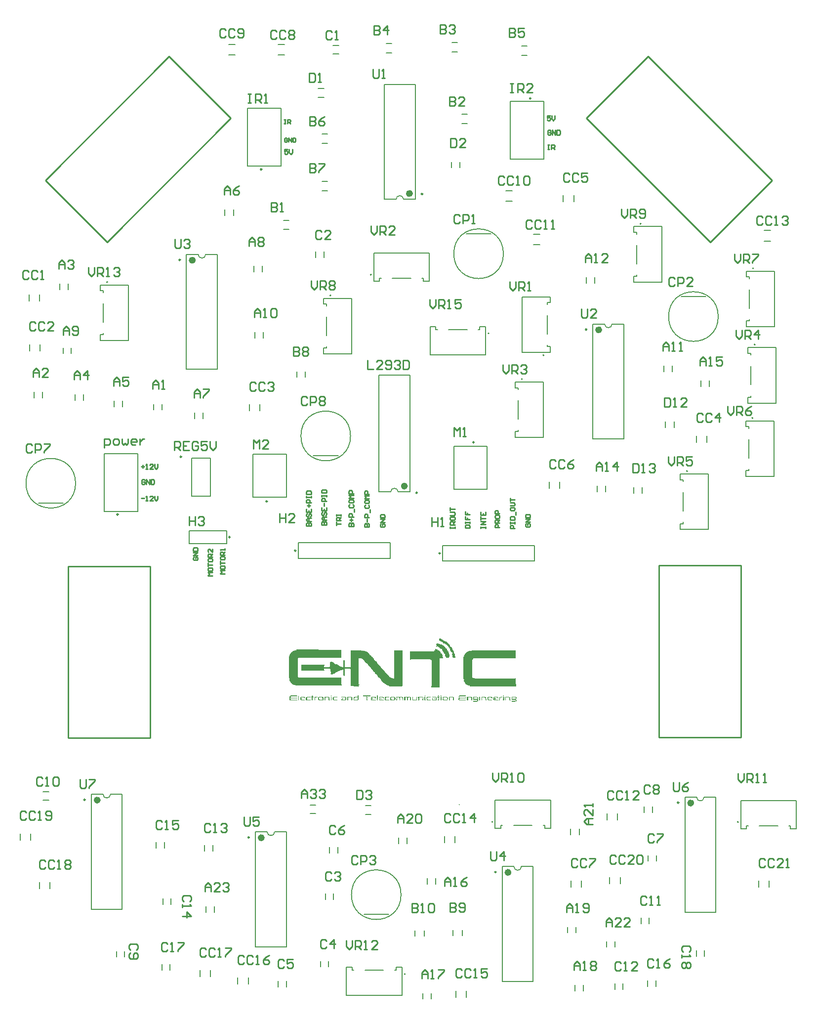
<source format=gto>
G04*
G04 #@! TF.GenerationSoftware,Altium Limited,Altium Designer,24.1.2 (44)*
G04*
G04 Layer_Color=65535*
%FSLAX44Y44*%
%MOMM*%
G71*
G04*
G04 #@! TF.SameCoordinates,85EAEC8C-3496-431A-917F-130F63ABBC40*
G04*
G04*
G04 #@! TF.FilePolarity,Positive*
G04*
G01*
G75*
%ADD10C,0.2000*%
%ADD11C,0.2500*%
%ADD12C,0.1500*%
%ADD13C,0.6000*%
%ADD14C,0.2540*%
%ADD15C,0.1270*%
G36*
X742335Y415365D02*
X742595Y415106D01*
X742906Y414586D01*
X743062Y414431D01*
X743788Y414327D01*
X744515Y414431D01*
X745346Y414327D01*
X745605Y414067D01*
X745917Y413548D01*
X746072Y413393D01*
X747993Y413445D01*
X748356Y413289D01*
X748616Y413029D01*
X748719Y412822D01*
X749187Y412355D01*
X749394Y412251D01*
X749654Y411991D01*
X749965Y411472D01*
X751315Y411368D01*
X751522Y411161D01*
X751626Y410953D01*
X751990Y410486D01*
X752197Y410382D01*
X752664Y409915D01*
X752768Y409707D01*
X753028Y409448D01*
X753235Y409344D01*
X753702Y408877D01*
X753806Y408669D01*
X753962Y408513D01*
X754170Y408410D01*
X754741Y407839D01*
X754844Y407631D01*
X755000Y407475D01*
X755208Y407372D01*
X755675Y406904D01*
X755779Y406697D01*
X755934Y406541D01*
X756142Y406437D01*
X756713Y405866D01*
X756817Y405659D01*
X756973Y405503D01*
X757180Y405399D01*
X757543Y405140D01*
X757647Y404724D01*
X757751Y403686D01*
X757907Y403531D01*
X758426Y403219D01*
X758582Y403063D01*
X758633Y402700D01*
X758582Y401921D01*
X758841Y401558D01*
X759568Y401143D01*
X759672Y399793D01*
X759983Y399482D01*
X760502Y399170D01*
X760658Y398703D01*
X760554Y397042D01*
X761021Y396471D01*
X761540Y396160D01*
X761696Y395589D01*
X761592Y394862D01*
X761644Y393149D01*
X761488Y392786D01*
X761229Y392526D01*
X760710Y392215D01*
X760554Y391748D01*
X760658Y391021D01*
X760294Y390554D01*
X759879Y390450D01*
X755934Y390554D01*
X755675Y390813D01*
X755623Y391281D01*
X755675Y391955D01*
X755312Y392423D01*
X754792Y392734D01*
X754533Y393097D01*
X754066Y393564D01*
X753858Y393668D01*
X753702Y393824D01*
X753599Y394239D01*
X753702Y396731D01*
Y396835D01*
X753443Y397302D01*
X753235Y397406D01*
X752664Y397873D01*
X752561Y398080D01*
X752197Y398444D01*
X751990Y398548D01*
X751626Y398911D01*
X751522Y400157D01*
X751263Y400416D01*
X751055Y400520D01*
X750796Y400676D01*
X750692Y400883D01*
X750329Y401351D01*
X750121Y401454D01*
X749654Y401818D01*
X749550Y403167D01*
X749394Y403323D01*
X748875Y403634D01*
X748616Y403894D01*
X748512Y405243D01*
X748356Y405399D01*
X746903Y405503D01*
X746643Y405762D01*
X746747Y407112D01*
X746384Y407475D01*
X745968Y407372D01*
X745813Y407216D01*
X745709Y407008D01*
X745242Y406437D01*
X744723Y406541D01*
X744567Y407008D01*
X744671Y408046D01*
X744515Y408306D01*
X744100Y408410D01*
X742958Y408513D01*
X742802Y408669D01*
X742698Y408877D01*
X742335Y409344D01*
X742127Y409448D01*
X741764Y409707D01*
X741660Y409915D01*
X741297Y410382D01*
X740882Y410486D01*
X740051Y410382D01*
X739895Y410226D01*
X739636Y409552D01*
X739428Y409344D01*
X738805Y409448D01*
X738650Y409604D01*
X738754Y410330D01*
X739532Y410694D01*
X739688Y410849D01*
X739740Y411524D01*
X739636Y412043D01*
X739324Y412355D01*
X739117Y412458D01*
X738754Y412718D01*
X738650Y413133D01*
X738546Y413445D01*
X738650Y413756D01*
X738909Y414223D01*
X739117Y414327D01*
X739584Y414690D01*
X739895Y415209D01*
X740051Y415365D01*
X740466Y415469D01*
X741401Y415365D01*
X741712Y415469D01*
X742335Y415365D01*
D02*
G37*
G36*
X739688Y405036D02*
X739999Y404517D01*
X741245Y404413D01*
X741556Y404205D01*
X741920Y403531D01*
X742335Y403427D01*
X743373Y403323D01*
X743633Y403063D01*
X743736Y402856D01*
X744204Y402389D01*
X744411Y402285D01*
X744567Y402129D01*
X744671Y401921D01*
X745242Y401351D01*
X745449Y401247D01*
X745605Y401091D01*
X745709Y400883D01*
X746176Y400416D01*
X746384Y400312D01*
X746643Y400053D01*
X746747Y398807D01*
X747110Y398444D01*
X747318Y398340D01*
X747681Y397976D01*
X747785Y397769D01*
X748045Y397509D01*
X748252Y397406D01*
X748616Y397146D01*
X748719Y396627D01*
X748616Y396316D01*
X748719Y395797D01*
X748979Y395537D01*
X749498Y395225D01*
X749654Y395070D01*
X749602Y392319D01*
X749706Y391904D01*
X750017Y391488D01*
X750536Y391177D01*
X750692Y390710D01*
X750588Y389775D01*
X750432Y389620D01*
X749602Y389412D01*
X749290Y389516D01*
X744930Y389412D01*
X744775Y389256D01*
X744671Y388841D01*
Y355829D01*
Y355725D01*
X744567Y339946D01*
X744307Y339686D01*
X743581Y339582D01*
X743269Y339686D01*
X731383Y339634D01*
X730864Y339842D01*
X730656Y340361D01*
X730760Y342645D01*
X730708Y384948D01*
X730760Y385934D01*
X730293Y386505D01*
X729826Y386765D01*
X729514Y387284D01*
X729359Y387440D01*
X728943Y387543D01*
X727542Y387492D01*
X695308Y387543D01*
X694997Y387440D01*
X694166Y387543D01*
X693907Y387803D01*
X693803Y388218D01*
X693855Y389516D01*
X693803Y399430D01*
X693907Y399741D01*
X693803Y400053D01*
X693907Y401195D01*
X694062Y401351D01*
X694478Y401454D01*
X735483Y401558D01*
X735639Y401714D01*
X735743Y402129D01*
X735639Y402856D01*
X736106Y403427D01*
X736625Y403738D01*
X736729Y405088D01*
X737041Y405399D01*
X737767Y405503D01*
X738079Y405399D01*
X739117Y405503D01*
X739688Y405036D01*
D02*
G37*
G36*
X576028Y404361D02*
X576184Y404205D01*
X576288Y403790D01*
X576184Y390813D01*
X575924Y390554D01*
X575509Y390450D01*
X568657D01*
X503100Y390502D01*
X502737Y390346D01*
X502322Y389724D01*
X502114Y389516D01*
X501906Y389412D01*
X501647Y389256D01*
X501439Y388737D01*
X501543Y387388D01*
X501491Y358165D01*
X501751Y357801D01*
X501906Y357646D01*
X502114Y357542D01*
X502581Y357075D01*
X502685Y356867D01*
X502944Y356608D01*
X503516Y356556D01*
X575821Y356608D01*
X576184Y356348D01*
X576288Y355933D01*
X576236Y345188D01*
X576495Y344825D01*
X576651Y344669D01*
X576859Y344565D01*
X577222Y344306D01*
X577326Y343890D01*
X577222Y343060D01*
X577066Y342800D01*
X576340Y342593D01*
X574990Y342697D01*
X500090Y342645D01*
X499726Y342904D01*
X499311Y343631D01*
X498792Y343527D01*
X498532Y343268D01*
X498429Y342956D01*
X498169Y342697D01*
X497650Y342800D01*
X497494Y342956D01*
X497131Y343631D01*
X496716Y343735D01*
X495055Y343631D01*
X494588Y343994D01*
X494276Y344513D01*
X494120Y344669D01*
X492771Y344773D01*
X492356Y345396D01*
X492148Y345603D01*
X491940Y345707D01*
X491577Y346071D01*
X491473Y346278D01*
X491110Y346642D01*
X490902Y346745D01*
X490539Y347109D01*
X490435Y347316D01*
X490176Y347576D01*
X489968Y347680D01*
X489605Y348043D01*
X489501Y348251D01*
X489137Y348614D01*
X488930Y348718D01*
X488670Y348873D01*
X488567Y349289D01*
X488463Y350327D01*
X488203Y350586D01*
X487684Y350898D01*
X487528Y351365D01*
X487580Y352663D01*
X487528Y354168D01*
X487632Y354479D01*
X487528Y355206D01*
X487373Y355466D01*
X486698Y355829D01*
X486490Y356348D01*
X486594Y358009D01*
X486542Y392838D01*
X486698Y393201D01*
X486958Y393461D01*
X487477Y393772D01*
X487632Y394239D01*
X487528Y395900D01*
X487996Y396471D01*
X488515Y396783D01*
X488619Y398132D01*
X488826Y398340D01*
X489034Y398444D01*
X489501Y398807D01*
X489605Y399015D01*
X489760Y399274D01*
X489968Y399378D01*
X490176Y399586D01*
X490383Y399689D01*
X490643Y400053D01*
X491110Y400520D01*
X491318Y400624D01*
X491473Y400779D01*
X491577Y400987D01*
X492148Y401558D01*
X492356Y401662D01*
X492771Y402285D01*
X493290Y402492D01*
X494951Y402389D01*
X495522Y402856D01*
X495833Y403375D01*
X496404Y403531D01*
X497754Y403427D01*
X498273Y403531D01*
X498792Y404361D01*
X499207Y404465D01*
X576028Y404361D01*
D02*
G37*
G36*
X800885Y403427D02*
X874540Y403479D01*
X875059Y403271D01*
X875266Y402752D01*
X875163Y400468D01*
X875214Y390035D01*
X875059Y389672D01*
X874903Y389516D01*
X874176Y389412D01*
X873450Y389516D01*
X802754Y389412D01*
X802598Y389256D01*
X802494Y389049D01*
X802131Y388582D01*
X801923Y388478D01*
X801456Y388011D01*
X801352Y387803D01*
X801093Y387543D01*
X800885Y387440D01*
X800522Y387180D01*
X800418Y386765D01*
X800522Y384792D01*
X800470Y357127D01*
X800729Y356763D01*
X800885Y356608D01*
X801352Y356348D01*
X801456Y356140D01*
X801819Y355673D01*
X802235Y355569D01*
X803896Y355673D01*
X804363Y355310D01*
X804674Y354791D01*
X804830Y354635D01*
X805557Y354531D01*
X805972Y354635D01*
X873605Y354583D01*
X874124Y354998D01*
X874228Y355310D01*
X874488Y355569D01*
X875111Y355466D01*
X875266Y355310D01*
X875214Y352974D01*
X875266Y352611D01*
X875163Y352299D01*
X875214Y347161D01*
X875163Y346174D01*
X875526Y345707D01*
X876045Y345396D01*
X876201Y345240D01*
X876253Y344565D01*
X876149Y341970D01*
X875837Y341659D01*
X797303Y341607D01*
X796888Y341710D01*
X796577Y341918D01*
X796265Y342437D01*
X796006Y342697D01*
X793981Y342645D01*
X793618Y342904D01*
X793255Y343475D01*
X793099Y343631D01*
X791750Y343735D01*
X791230Y344565D01*
X790815Y344669D01*
X789777Y344773D01*
X789621Y344929D01*
X789518Y345136D01*
X789154Y345603D01*
X788635Y345915D01*
X788480Y346382D01*
X788376Y347420D01*
X788220Y347576D01*
X787649Y347835D01*
X787545Y348251D01*
X787441Y349289D01*
X787078Y349652D01*
X786611Y349912D01*
X786507Y350327D01*
X786559Y352974D01*
X786403Y353337D01*
X786144Y353597D01*
X785625Y353908D01*
X785469Y354375D01*
X785573Y356348D01*
Y383235D01*
Y383339D01*
X785521Y392007D01*
X785832Y392423D01*
X786351Y392734D01*
X786507Y392890D01*
X786611Y393616D01*
X786507Y394032D01*
X786611Y395174D01*
X786870Y395433D01*
X787390Y395745D01*
X787545Y395900D01*
X787649Y397250D01*
X788272Y397665D01*
X788480Y397873D01*
X788583Y398080D01*
X788947Y398444D01*
X789154Y398548D01*
X789518Y398911D01*
X789621Y399118D01*
X789985Y399482D01*
X790192Y399586D01*
X790452Y399845D01*
X790556Y400053D01*
X790815Y400416D01*
X791334Y400520D01*
X791646Y400416D01*
X792165Y400520D01*
X792424Y400779D01*
X792736Y401298D01*
X792891Y401454D01*
X794241Y401558D01*
X794397Y401714D01*
X794708Y402233D01*
X794864Y402389D01*
X795279Y402492D01*
X796681Y402440D01*
X797978Y402492D01*
X798290Y402389D01*
X799120Y402492D01*
X799380Y402752D01*
X799484Y402960D01*
X799847Y403427D01*
X800574Y403531D01*
X800885Y403427D01*
D02*
G37*
G36*
X745034Y423359D02*
X746955Y423410D01*
X747474Y423203D01*
X747578Y422995D01*
X748045Y422424D01*
X748252Y422321D01*
X748719Y421853D01*
X748875Y421490D01*
X749290Y421386D01*
X750329Y421282D01*
X750588Y421023D01*
X750900Y420504D01*
X751367Y420348D01*
X752041Y420400D01*
X752405Y420244D01*
X752561Y420089D01*
X752872Y419570D01*
X753028Y419414D01*
X753235Y419310D01*
X753495Y419154D01*
X753599Y418947D01*
X754066Y418376D01*
X755986Y418428D01*
X756350Y418272D01*
X756505Y418116D01*
X756609Y417909D01*
X756973Y417441D01*
X757180Y417337D01*
X757543Y417078D01*
X757647Y416870D01*
X757907Y416507D01*
X758114Y416403D01*
X758322Y416196D01*
X758478Y416144D01*
X758582Y415936D01*
X758789Y415728D01*
X758841Y415573D01*
X759049Y415469D01*
X759256Y415261D01*
X759464Y415157D01*
X759879Y414535D01*
X760087Y414431D01*
X760294Y414223D01*
X760450Y414171D01*
X760554Y413964D01*
X760762Y413756D01*
X760865Y413548D01*
X761488Y413133D01*
X761592Y412925D01*
X761955Y412458D01*
X762475Y412147D01*
X762630Y411991D01*
X762734Y410642D01*
X763357Y410226D01*
X763565Y410019D01*
X763668Y409811D01*
X764032Y409448D01*
X764239Y409344D01*
X764603Y408981D01*
X764706Y408773D01*
X765070Y408410D01*
X765277Y408306D01*
X765537Y408150D01*
X765641Y407735D01*
X765537Y407008D01*
X766004Y406437D01*
X766523Y406126D01*
X766627Y404776D01*
X766835Y404569D01*
X767042Y404465D01*
X767510Y404101D01*
X767613Y403894D01*
X768080Y403427D01*
X768288Y403323D01*
X768548Y403063D01*
X768599Y402596D01*
X768548Y401921D01*
X768807Y401558D01*
X769482Y401195D01*
X769586Y400779D01*
X769534Y398236D01*
X769638Y397821D01*
X769949Y397509D01*
X770468Y397198D01*
X770624Y396731D01*
X770572Y395537D01*
X770624Y394966D01*
X770520Y394655D01*
X770624Y393824D01*
X770883Y393564D01*
X771402Y393253D01*
X771558Y393097D01*
X771662Y392475D01*
X771558Y392163D01*
X771610Y391281D01*
X771506Y390762D01*
X771299Y390554D01*
X770883Y390450D01*
X769274Y390502D01*
X768080Y390450D01*
X767717Y390710D01*
X767406Y391229D01*
X767146Y391488D01*
X766679Y391748D01*
X766575Y392163D01*
X766627Y394810D01*
X766471Y395174D01*
X766212Y395433D01*
X766004Y395537D01*
X765641Y395797D01*
X765537Y396212D01*
X765641Y397146D01*
X765797Y397302D01*
X766004Y397406D01*
X766575Y397873D01*
X766679Y398599D01*
X766575Y399015D01*
X766316Y399378D01*
X765589Y399482D01*
X764759Y399586D01*
X764603Y400053D01*
X764499Y401195D01*
X764343Y401351D01*
X763668Y401714D01*
X763565Y402129D01*
X763461Y403167D01*
X763201Y403427D01*
X762682Y403738D01*
X762526Y404309D01*
X762630Y405659D01*
X762526Y406178D01*
X762267Y406437D01*
X760917Y406333D01*
X760554Y406697D01*
X760658Y407112D01*
X760814Y407268D01*
X761021Y407372D01*
X761592Y407839D01*
X761488Y408358D01*
X761333Y408513D01*
X759931Y408462D01*
X759724Y408565D01*
X759620Y408981D01*
X759516Y410123D01*
X759256Y410382D01*
X758737Y410694D01*
X758426Y411213D01*
X758218Y411316D01*
X758011Y411524D01*
X757803Y411628D01*
X757388Y412251D01*
X757180Y412355D01*
X756713Y412718D01*
X756609Y412925D01*
X756246Y413393D01*
X754896Y413497D01*
X754741Y413652D01*
X754429Y414171D01*
X754170Y414431D01*
X753962Y414535D01*
X753599Y414898D01*
X753495Y415106D01*
X753235Y415365D01*
X752820Y415469D01*
X751159Y415365D01*
X750796Y415625D01*
X750692Y415832D01*
X750329Y416299D01*
X750121Y416403D01*
X749550Y416974D01*
X749446Y417182D01*
X749290Y417337D01*
X749083Y417441D01*
X748823Y417597D01*
X748719Y417805D01*
X748252Y418376D01*
X746903Y418479D01*
X746384Y419310D01*
X745968Y419414D01*
X744930Y419518D01*
X744775Y419673D01*
X744671Y419881D01*
X744307Y420348D01*
X743788Y420659D01*
X743633Y421127D01*
Y422891D01*
X743685Y422943D01*
X743944Y423307D01*
X744359Y423410D01*
X744723Y423462D01*
X745034Y423359D01*
D02*
G37*
G36*
X668317Y403427D02*
X680204Y403479D01*
X680619Y403375D01*
X680826Y403167D01*
X680930Y402752D01*
X680826Y341918D01*
X680671Y341762D01*
X680256Y341659D01*
X658818Y341607D01*
X658299Y341710D01*
X658092Y341918D01*
X657988Y342126D01*
X657624Y342593D01*
X657209Y342697D01*
X655548Y342593D01*
X655081Y342956D01*
X654770Y343475D01*
X654614Y343631D01*
X653264Y343735D01*
X653109Y343890D01*
X652797Y344409D01*
X652642Y344565D01*
X652434Y344669D01*
X651967Y345136D01*
X651863Y345344D01*
X651603Y345603D01*
X651396Y345707D01*
X650929Y346174D01*
X650825Y346382D01*
X650565Y346642D01*
X650358Y346745D01*
X649994Y347109D01*
X649890Y347316D01*
X649527Y347680D01*
X648541Y347628D01*
X648177Y347887D01*
X648022Y348043D01*
X647918Y348251D01*
X647451Y348718D01*
X647243Y348822D01*
X647087Y348977D01*
X646984Y349185D01*
X646517Y349652D01*
X646309Y349756D01*
X646049Y350015D01*
X645946Y350223D01*
X645478Y350690D01*
X645271Y350794D01*
X645011Y351054D01*
X644908Y352299D01*
X644648Y352559D01*
X644440Y352663D01*
X643973Y353130D01*
X643869Y353337D01*
X643610Y353597D01*
X643402Y353701D01*
X642935Y354168D01*
X642831Y354375D01*
X642675Y354531D01*
X642468Y354635D01*
X642001Y355102D01*
X641897Y355310D01*
X641637Y355569D01*
X641430Y355673D01*
X640963Y356140D01*
X640859Y356348D01*
X640599Y356608D01*
X640392Y356711D01*
X640028Y357075D01*
X639925Y357282D01*
X639665Y357542D01*
X639457Y357646D01*
X639094Y357905D01*
X638990Y358320D01*
X639094Y359047D01*
X638731Y359514D01*
X638212Y359826D01*
X637952Y360189D01*
X637796Y360448D01*
X637589Y360552D01*
X637122Y360916D01*
X637018Y361123D01*
X636862Y361383D01*
X636654Y361487D01*
X636447Y361694D01*
X636239Y361798D01*
X635980Y362161D01*
X635824Y362421D01*
X635616Y362525D01*
X635409Y362732D01*
X635201Y362836D01*
X634786Y363459D01*
X634578Y363563D01*
X634111Y363926D01*
X634007Y364342D01*
X634059Y365016D01*
X633903Y365380D01*
X633748Y365535D01*
X632398Y365639D01*
X632139Y365899D01*
X632035Y366106D01*
X631775Y366470D01*
X631568Y366573D01*
X631204Y366833D01*
X631101Y367041D01*
X630841Y367404D01*
X630633Y367508D01*
X630062Y367975D01*
X629958Y369324D01*
X629336Y369740D01*
X629024Y370051D01*
X628920Y370259D01*
X628661Y370518D01*
X628453Y370622D01*
X628090Y370985D01*
X627986Y371193D01*
X627623Y371556D01*
X627156Y371816D01*
X627052Y372231D01*
X626948Y373269D01*
X626688Y373529D01*
X626221Y373788D01*
X626118Y373996D01*
X625754Y374463D01*
X625546Y374567D01*
X624976Y375138D01*
X624872Y375345D01*
X624508Y375605D01*
X624041Y376072D01*
X623937Y376280D01*
X623782Y376436D01*
X623574Y376539D01*
X623003Y377110D01*
X622899Y377318D01*
X622744Y377474D01*
X622225Y377785D01*
X622069Y378252D01*
X621965Y379290D01*
X621809Y379446D01*
X621290Y379758D01*
X621134Y379913D01*
X621031Y380121D01*
X620564Y380588D01*
X620356Y380692D01*
X620096Y380951D01*
X619837Y381418D01*
X619422Y381522D01*
X618383Y381626D01*
X618228Y381782D01*
X618124Y381990D01*
X617761Y382457D01*
X617553Y382561D01*
X617086Y383028D01*
X616982Y383235D01*
X616722Y383495D01*
X616203Y383806D01*
X616048Y384273D01*
X616152Y384585D01*
X616048Y385208D01*
X615892Y385363D01*
X615684Y385467D01*
X615217Y385830D01*
X615113Y386038D01*
X614646Y386505D01*
X614439Y386609D01*
X614179Y386869D01*
X614075Y387076D01*
X613608Y387543D01*
X613400Y387647D01*
X613141Y387907D01*
X612830Y388426D01*
X611480Y388530D01*
X611169Y388841D01*
X610857Y389360D01*
X610701Y389516D01*
X607743Y389464D01*
X607379Y389724D01*
X607016Y390294D01*
X606860Y390450D01*
X606237Y390346D01*
X606082Y389879D01*
X606186Y387595D01*
X606134Y345188D01*
X606341Y344877D01*
X607068Y344462D01*
X607120Y343890D01*
X606860Y343631D01*
X606186Y343268D01*
X606082Y342852D01*
X606186Y341814D01*
X606289Y341503D01*
X606186Y340984D01*
X606030Y340724D01*
X605563Y340672D01*
X605199Y340932D01*
X604836Y341503D01*
X604680Y341659D01*
X604265Y341762D01*
X603538Y341659D01*
X592430Y341762D01*
X592275Y341918D01*
X592171Y342333D01*
X592223Y370933D01*
X592067Y371297D01*
X591808Y371556D01*
X582464Y371453D01*
X582309Y371297D01*
X582205Y370882D01*
X582257Y360137D01*
X582049Y359722D01*
X581323Y359514D01*
X580907Y359618D01*
X579921Y359566D01*
X579506Y359670D01*
X579298Y359878D01*
X579194Y360604D01*
X579298Y361954D01*
X579246Y369065D01*
X579298Y370259D01*
X579039Y370518D01*
X578416Y370415D01*
X578260Y370259D01*
X577949Y369740D01*
X577793Y369584D01*
X577378Y369480D01*
X576028Y369584D01*
X574575Y369480D01*
X574315Y369221D01*
X574004Y368702D01*
X573848Y368546D01*
X572499Y368442D01*
X572343Y368286D01*
X571979Y367612D01*
X571357Y367508D01*
X571045Y367612D01*
X570630Y367508D01*
X570370Y367248D01*
X570267Y367041D01*
X570007Y366677D01*
X569799Y366573D01*
X569332Y366210D01*
X569021Y365691D01*
X568554Y365535D01*
X566841Y365587D01*
X566478Y365328D01*
X566322Y365172D01*
X566218Y364964D01*
X565855Y364601D01*
X565647Y364497D01*
X565284Y364134D01*
X565024Y363667D01*
X564609Y363563D01*
X562896Y363615D01*
X562481Y363407D01*
X562377Y363200D01*
X562014Y362629D01*
X561494Y362525D01*
X561183Y362629D01*
X560664Y362525D01*
X560508Y362369D01*
X560093Y361642D01*
X559626Y361590D01*
X559263Y361954D01*
X559003Y362525D01*
X558588Y362629D01*
X558172Y362525D01*
X557446Y362629D01*
X557290Y363096D01*
X557394Y363303D01*
X557757Y363667D01*
X558276Y363978D01*
X558432Y364549D01*
X558328Y364860D01*
X558224Y366314D01*
X558069Y366470D01*
X557550Y366781D01*
X557290Y367041D01*
X557342Y370933D01*
X557186Y371297D01*
X556927Y371556D01*
X546649Y371453D01*
X546390Y371193D01*
X546286Y370778D01*
X546390Y370051D01*
X546753Y369688D01*
X547272Y369376D01*
X547324Y368805D01*
X547065Y368546D01*
X546649Y368442D01*
X545611Y368546D01*
X507720Y368650D01*
X507460Y369221D01*
X507564Y378252D01*
X507824Y378512D01*
X508654Y378616D01*
X508966Y378512D01*
X547013Y378564D01*
X547324Y378356D01*
X547220Y377733D01*
X546961Y377474D01*
X546442Y377162D01*
X546286Y376695D01*
X546390Y375657D01*
X546286Y375345D01*
X546546Y374671D01*
X547272Y374463D01*
X547999Y374567D01*
X555629Y374515D01*
X556044Y374619D01*
X556252Y374827D01*
X556356Y375242D01*
X556304Y381938D01*
X556511Y382353D01*
X556719Y382457D01*
X557290Y382924D01*
X557394Y383131D01*
X557550Y383391D01*
X558069Y383599D01*
X559418Y383495D01*
X560612Y383547D01*
X561131Y383339D01*
X561494Y382664D01*
X562014Y382457D01*
X562429Y382561D01*
X562948Y382457D01*
X563311Y382093D01*
X563415Y381886D01*
X563882Y381418D01*
X564090Y381315D01*
X564245Y381159D01*
X564349Y380951D01*
X564817Y380484D01*
X565024Y380380D01*
X565284Y380121D01*
X565595Y379602D01*
X566166Y379446D01*
X567204Y379550D01*
X568969Y379446D01*
X569229Y379187D01*
X569332Y378979D01*
X569592Y378616D01*
X569799Y378512D01*
X570163Y378252D01*
X570267Y378045D01*
X570630Y377578D01*
X571045Y377474D01*
X571460Y377578D01*
X571979Y377474D01*
X572135Y377318D01*
X572499Y376643D01*
X572914Y376539D01*
X573952Y376436D01*
X574212Y376176D01*
X574523Y375657D01*
X574990Y375501D01*
X576651Y375605D01*
X577118Y375345D01*
X577222Y375138D01*
X577689Y374567D01*
X578104Y374463D01*
X578831Y374567D01*
X579194Y374930D01*
X579298Y375345D01*
X579194Y376799D01*
X579298Y377110D01*
X579246Y385986D01*
X579402Y386350D01*
X579869Y386505D01*
X581945Y386401D01*
X582205Y386142D01*
X582309Y385415D01*
X582205Y384689D01*
X582309Y374827D01*
X582568Y374567D01*
X583399Y374463D01*
X583710Y374567D01*
X591548Y374515D01*
X592067Y374723D01*
X592275Y375449D01*
X592171Y376488D01*
Y397354D01*
Y397458D01*
X592275Y403167D01*
X592534Y403427D01*
X593261Y403531D01*
X593572Y403427D01*
X610546Y403479D01*
X610909Y403219D01*
X611324Y402492D01*
X611947Y402596D01*
X612466Y403427D01*
X612985Y403323D01*
X613141Y403167D01*
X613504Y402492D01*
X613920Y402389D01*
X615217Y402440D01*
X615477Y402389D01*
X615788Y402492D01*
X616826Y402389D01*
X616982Y402233D01*
X617345Y401558D01*
X617761Y401454D01*
X618799Y401351D01*
X619058Y401091D01*
X619370Y400572D01*
X619837Y400416D01*
X620512Y400468D01*
X620875Y400312D01*
X621031Y400157D01*
X621342Y399638D01*
X621498Y399482D01*
X621706Y399378D01*
X622173Y398911D01*
X622276Y398703D01*
X622432Y398548D01*
X622640Y398444D01*
X623211Y397873D01*
X623315Y397665D01*
X623470Y397509D01*
X623678Y397406D01*
X624145Y396938D01*
X624249Y396731D01*
X624508Y396471D01*
X624716Y396367D01*
X625183Y395900D01*
X625287Y395693D01*
X625443Y395537D01*
X625650Y395433D01*
X626118Y394966D01*
X626221Y394758D01*
X626481Y394499D01*
X626688Y394395D01*
X627156Y393928D01*
X627259Y393720D01*
X627415Y393564D01*
X627623Y393461D01*
X628090Y392994D01*
X628194Y392786D01*
X628453Y392526D01*
X628661Y392423D01*
X629128Y391955D01*
X629232Y391748D01*
X629491Y391488D01*
X629699Y391385D01*
X630062Y391021D01*
X630166Y390813D01*
X630426Y390554D01*
X630633Y390450D01*
X631101Y389983D01*
X631204Y389775D01*
X631464Y389516D01*
X631983Y389204D01*
X632087Y387959D01*
X632346Y387595D01*
X632917Y387232D01*
X633436Y386609D01*
X633644Y386401D01*
X633852Y386298D01*
X634007Y386142D01*
X634111Y385934D01*
X634682Y385363D01*
X634890Y385260D01*
X635149Y384896D01*
X635616Y384429D01*
X635824Y384325D01*
X635980Y384170D01*
X636083Y383962D01*
X636654Y383391D01*
X636862Y383287D01*
X637018Y383131D01*
X637122Y382924D01*
X637277Y382664D01*
X637485Y382561D01*
X638056Y382093D01*
X638160Y380744D01*
X638783Y380328D01*
X639094Y380017D01*
X639198Y379809D01*
X639457Y379550D01*
X639665Y379446D01*
X640028Y379083D01*
X640132Y378875D01*
X640496Y378512D01*
X640703Y378408D01*
X641066Y378045D01*
X641170Y377837D01*
X641430Y377578D01*
X641637Y377474D01*
X642001Y377110D01*
X642105Y376903D01*
X642468Y376539D01*
X642675Y376436D01*
X643039Y376072D01*
X643143Y375865D01*
X643506Y375501D01*
X643973Y375242D01*
X644077Y374619D01*
X643973Y374307D01*
X644077Y373892D01*
X644336Y373633D01*
X644544Y373529D01*
X644908Y373269D01*
X645011Y373062D01*
X645271Y372698D01*
X645478Y372594D01*
X645686Y372387D01*
X645842Y372335D01*
X645946Y372127D01*
X646153Y371920D01*
X646257Y371712D01*
X646620Y371453D01*
X646880Y371297D01*
X646984Y371089D01*
X647347Y370622D01*
X647555Y370518D01*
X647814Y370363D01*
X647918Y370155D01*
X648126Y369947D01*
X648230Y369740D01*
X648593Y369480D01*
X648852Y369324D01*
X648956Y369117D01*
X649164Y368909D01*
X649268Y368702D01*
X649787Y368390D01*
X649890Y368182D01*
X650098Y367975D01*
X650202Y367767D01*
X650358Y367612D01*
X650877Y367300D01*
X651032Y366833D01*
X650981Y366158D01*
X651136Y365795D01*
X651759Y365380D01*
X651967Y365172D01*
X652070Y364964D01*
X652538Y364497D01*
X652745Y364393D01*
X653005Y364134D01*
X653109Y363926D01*
X653472Y363563D01*
X653680Y363459D01*
X653939Y363200D01*
X654043Y362992D01*
X654510Y362525D01*
X654718Y362421D01*
X654977Y362161D01*
X655081Y361954D01*
X655444Y361590D01*
X655652Y361487D01*
X655911Y361227D01*
X656015Y361020D01*
X656482Y360552D01*
X656690Y360448D01*
X656950Y360189D01*
X657054Y359981D01*
X657417Y359618D01*
X657624Y359514D01*
X657988Y359151D01*
X658092Y357801D01*
X658247Y357646D01*
X658715Y357594D01*
X659493Y357646D01*
X659856Y357386D01*
X660272Y356659D01*
X661621Y356556D01*
X661933Y356244D01*
X662244Y355725D01*
X662711Y355569D01*
X664372Y355673D01*
X664943Y355206D01*
X665255Y354687D01*
X665826Y354531D01*
X666552Y354635D01*
X666916Y354998D01*
X667019Y403167D01*
X667279Y403427D01*
X668006Y403531D01*
X668317Y403427D01*
D02*
G37*
G36*
X625650Y325775D02*
X625858Y325672D01*
X626014Y325516D01*
X626118Y325101D01*
X625858Y324737D01*
X625443Y324633D01*
X620460Y324530D01*
X620200Y324270D01*
X620096Y323855D01*
X620200Y323128D01*
X620771Y322557D01*
X620927Y322505D01*
X621031Y322298D01*
X621134Y321986D01*
X621186Y321623D01*
X621083Y321208D01*
X620771Y320896D01*
X620564Y320792D01*
X620304Y320637D01*
X620200Y320221D01*
X620304Y319910D01*
X620667Y319547D01*
X620875Y319443D01*
X621134Y319183D01*
X621031Y318145D01*
X620875Y317886D01*
X620356Y317678D01*
X619422Y317782D01*
X619162Y318041D01*
X619058Y318768D01*
X619162Y319183D01*
X619058Y319910D01*
X619162Y322298D01*
X619058Y322609D01*
X618955Y324374D01*
X618695Y324633D01*
X618020Y324685D01*
X613504Y324633D01*
X613141Y324997D01*
X613245Y325620D01*
X613712Y325775D01*
X614127Y325879D01*
X614543Y325775D01*
X614854D01*
X619785Y325723D01*
X624976Y325827D01*
X625339Y325879D01*
X625650Y325775D01*
D02*
G37*
G36*
X747526Y325672D02*
X747681Y325516D01*
X747785Y325204D01*
X747422Y324737D01*
X746903D01*
X746851Y324789D01*
X746643Y324997D01*
X746540Y325308D01*
X746695Y325672D01*
X747110Y325775D01*
X747526Y325672D01*
D02*
G37*
G36*
X719704D02*
X719860Y325204D01*
X719704Y324841D01*
X719289Y324737D01*
X718874Y324841D01*
X718718Y324997D01*
Y325412D01*
Y325516D01*
X718977Y325775D01*
X719704Y325672D01*
D02*
G37*
G36*
X559211D02*
X559366Y325516D01*
X559263Y324893D01*
X559107Y324737D01*
X558380Y324841D01*
X558224Y325204D01*
Y325308D01*
X558484Y325775D01*
X559211Y325672D01*
D02*
G37*
G36*
X854971Y325775D02*
X855231Y325516D01*
X855127Y324893D01*
X854556Y324633D01*
X853518Y324737D01*
X853362Y324893D01*
X853310Y325256D01*
X853362Y325308D01*
X853466Y325620D01*
X853622Y325775D01*
X854348Y325879D01*
X854971Y325775D01*
D02*
G37*
G36*
X789206Y325723D02*
X789518Y325412D01*
X789414Y324893D01*
X789154Y324633D01*
X784171D01*
X779240Y324685D01*
X778877Y324530D01*
X778617Y324270D01*
X778721Y322090D01*
X778981Y321830D01*
X779396Y321727D01*
X780434Y321830D01*
X787961Y321778D01*
X788376Y322090D01*
X788480Y322298D01*
X788739Y322661D01*
X789154Y322765D01*
X789518Y322505D01*
X789621Y322090D01*
X789518Y321156D01*
X789154Y320792D01*
X788324Y320585D01*
X779136Y320637D01*
X778773Y320481D01*
X778514Y320221D01*
X778410Y319806D01*
X778514Y319287D01*
X778669Y319028D01*
X778877Y318924D01*
X779188Y318820D01*
X788895Y318872D01*
X789414Y318664D01*
X789518Y318249D01*
X789414Y317938D01*
X789154Y317678D01*
X788480Y317626D01*
X778098Y317730D01*
X777735Y317989D01*
X777579Y318145D01*
X777475Y318353D01*
X777008Y318820D01*
X776801Y318924D01*
X776645Y319079D01*
X776437Y319806D01*
X776541Y320117D01*
X776801Y320585D01*
X777008Y320689D01*
X777475Y321052D01*
X777579Y321467D01*
X777475Y322817D01*
X777579Y325308D01*
X777735Y325568D01*
X778254Y325775D01*
X788791Y325827D01*
X789206Y325723D01*
D02*
G37*
G36*
X500401Y325620D02*
X500505Y325308D01*
X500401Y324789D01*
X499934Y324633D01*
X490331Y324685D01*
X489916Y324581D01*
X489605Y324374D01*
X489501Y323959D01*
X489605Y323336D01*
X489345Y322972D01*
X489137Y322869D01*
X488670Y322505D01*
X488774Y321882D01*
X489241Y321727D01*
X490902Y321830D01*
X500245Y321727D01*
X500505Y321467D01*
X500401Y320844D01*
X500245Y320689D01*
X499830Y320585D01*
X489553Y320689D01*
X489241Y320792D01*
X488722Y320481D01*
X488670Y320014D01*
X488826Y319754D01*
X489034Y319650D01*
X489605Y319183D01*
X489864Y318924D01*
X490280Y318820D01*
X499882Y318872D01*
X500401Y318664D01*
X500505Y318353D01*
X500401Y317834D01*
X499934Y317678D01*
X499519Y317574D01*
X499207Y317678D01*
X488670Y317730D01*
X488203Y317678D01*
X487684Y317989D01*
X487528Y318456D01*
X487580Y319443D01*
X487528Y323024D01*
X487632Y323336D01*
X487528Y323647D01*
X487632Y324374D01*
X487892Y324633D01*
X488099Y324737D01*
X488670Y325308D01*
X488774Y325516D01*
X488930Y325672D01*
X489345Y325775D01*
X497650D01*
X499882Y325827D01*
X500401Y325620D01*
D02*
G37*
G36*
X694685Y323491D02*
X695101Y322869D01*
X695308Y322765D01*
X695775Y322401D01*
X695879Y321986D01*
X695827Y320689D01*
X695879Y319806D01*
X695775Y319495D01*
X695879Y319183D01*
X695775Y318041D01*
X695516Y317782D01*
X694789Y317678D01*
X694166Y317782D01*
X693907Y318041D01*
X693803Y318768D01*
X693907Y319806D01*
X693855Y321208D01*
X693907Y322194D01*
X693543Y322557D01*
X693128Y322661D01*
X691156Y322557D01*
X690896Y322401D01*
X690792Y321986D01*
X690844Y320481D01*
X690792Y319183D01*
X690896Y318872D01*
X690792Y318041D01*
X690533Y317782D01*
X689806Y317678D01*
X689183Y317782D01*
X688924Y318041D01*
X688820Y318768D01*
X688924Y319806D01*
X688872Y321104D01*
X688924Y322194D01*
X688768Y322453D01*
X688560Y322557D01*
X688249Y322661D01*
X686173Y322557D01*
X685913Y322401D01*
X685809Y321986D01*
X685861Y320585D01*
X685809Y319183D01*
X685913Y318872D01*
X685809Y318041D01*
X685550Y317782D01*
X684823Y317678D01*
X684200Y317782D01*
X683941Y318041D01*
X683837Y318456D01*
X683941Y319391D01*
Y319495D01*
X683837Y320533D01*
X683889Y322142D01*
X683837Y323232D01*
X684200Y323699D01*
X684927Y323803D01*
X685238Y323699D01*
X686899Y323803D01*
X690689Y323751D01*
X694166Y323803D01*
X694685Y323491D01*
D02*
G37*
G36*
X799016Y323699D02*
X799380Y323439D01*
X799484Y323232D01*
X799847Y322765D01*
X800054Y322661D01*
X800418Y322401D01*
X800522Y321986D01*
X800470Y320481D01*
X800522Y319910D01*
X800418Y319599D01*
X800522Y318872D01*
X800418Y318041D01*
X800158Y317782D01*
X799432Y317678D01*
X798809Y317782D01*
X798653Y317938D01*
X798601Y317989D01*
X798445Y318456D01*
X798549Y320014D01*
X798445Y320325D01*
X798549Y322194D01*
X798186Y322557D01*
X797771Y322661D01*
X793722Y322557D01*
X793463Y322298D01*
X793411Y321830D01*
X793514Y318716D01*
X793566Y318560D01*
X793463Y318249D01*
X793307Y317886D01*
X792788Y317678D01*
X791853Y317782D01*
X791490Y318145D01*
X791542Y319650D01*
X791490Y323336D01*
X791853Y323699D01*
X792476Y323803D01*
X792788Y323699D01*
X794760Y323803D01*
X799016Y323699D01*
D02*
G37*
G36*
X715448D02*
X715707Y323439D01*
X715915Y322920D01*
X716071Y322765D01*
X716486Y322661D01*
X716745Y322505D01*
X716953Y321778D01*
X716849Y321363D01*
X716797Y318820D01*
X716849Y318456D01*
X716590Y317886D01*
X716071Y317678D01*
X715136Y317782D01*
X714877Y318041D01*
X714669Y318768D01*
X714825Y319339D01*
X715136Y319650D01*
X715344Y319754D01*
X715603Y320014D01*
X715707Y320429D01*
X715603Y322505D01*
X715136Y322661D01*
X710050Y322557D01*
X709790Y322298D01*
X709686Y321882D01*
X709790Y320844D01*
X709686Y318041D01*
X709427Y317782D01*
X709011Y317678D01*
X708181Y317782D01*
X707921Y317938D01*
X707714Y318664D01*
X707818Y319702D01*
X707766Y323180D01*
X707921Y323543D01*
X708596Y323803D01*
X709323Y323699D01*
X710361Y323803D01*
X711295D01*
X715448Y323699D01*
D02*
G37*
G36*
X680463D02*
X680930Y323232D01*
X681034Y323024D01*
X681294Y322765D01*
X681501Y322661D01*
X681864Y322298D01*
X681968Y321882D01*
X682020Y318405D01*
X681917Y317989D01*
X681709Y317782D01*
X680982Y317886D01*
X680826Y318041D01*
X680775Y318820D01*
X680878Y320792D01*
X680930Y320844D01*
X680826Y321156D01*
X680723Y321363D01*
X680463Y321727D01*
X680256Y321830D01*
X679996Y322090D01*
X679892Y322298D01*
X679736Y322453D01*
X679529Y322557D01*
X679217Y322661D01*
X677141Y322557D01*
X676882Y322298D01*
X676985Y320014D01*
X676882Y317938D01*
X676726Y317782D01*
X675999Y317886D01*
X675844Y318041D01*
X675792Y318820D01*
X675844Y321259D01*
X675480Y321727D01*
X675273Y321830D01*
X674909Y322194D01*
X674805Y322401D01*
X674650Y322557D01*
X674234Y322661D01*
X672262Y322557D01*
X672002Y322298D01*
X671951Y321727D01*
X672002Y318456D01*
X671691Y317938D01*
X671535Y317782D01*
X671120Y317678D01*
X670653Y317626D01*
X670238Y317730D01*
X670030Y317834D01*
X669926Y318249D01*
X670030Y318456D01*
X670497Y318924D01*
X670705Y319028D01*
X670861Y319495D01*
Y319599D01*
X670809Y321104D01*
X670861Y322194D01*
X670601Y322557D01*
X670393Y322661D01*
X670030Y322920D01*
X669926Y323336D01*
X670030Y323647D01*
X670497Y323803D01*
X672002Y323751D01*
X674961Y323803D01*
X675273Y323699D01*
X679425Y323803D01*
X680463Y323699D01*
D02*
G37*
G36*
X657728D02*
X657884Y323543D01*
X657988Y323128D01*
X657884Y322920D01*
X657624Y322661D01*
X656950Y322609D01*
X653472Y322661D01*
X652901Y322194D01*
X652797Y321986D01*
X652642Y321830D01*
X652434Y321727D01*
X652174Y321467D01*
X652070Y321052D01*
X652019Y319443D01*
X652174Y319079D01*
X652434Y318820D01*
X653057Y318716D01*
X653368Y318820D01*
X657624D01*
X657988Y318456D01*
X657884Y317938D01*
X657624Y317678D01*
X656950Y317626D01*
X651552Y317730D01*
X651188Y317886D01*
X651032Y318041D01*
X650929Y318456D01*
X650981Y322453D01*
X650929Y323128D01*
X651240Y323647D01*
X651655Y323751D01*
X651811Y323803D01*
X652122Y323699D01*
X654718Y323803D01*
X657728Y323699D01*
D02*
G37*
G36*
X593780D02*
X594143Y323336D01*
X594247Y323128D01*
X594714Y322661D01*
X594922Y322557D01*
X595182Y322298D01*
X595285Y321571D01*
X595182Y321259D01*
X595233Y318508D01*
X595130Y318093D01*
X594818Y317782D01*
X594403Y317678D01*
X593572Y317782D01*
X593209Y318145D01*
X593261Y322142D01*
X593002Y322505D01*
X592534Y322661D01*
X588486Y322557D01*
X588226Y322298D01*
X588122Y321882D01*
X588226Y320533D01*
X588122Y318041D01*
X587863Y317782D01*
X587448Y317678D01*
X586617Y317782D01*
X586254Y318041D01*
X586150Y318768D01*
X586254Y319495D01*
Y319910D01*
Y320014D01*
X586202Y323284D01*
X586409Y323595D01*
X587136Y323803D01*
X587551Y323699D01*
X589212Y323803D01*
X593780Y323699D01*
D02*
G37*
G36*
X554954D02*
X555214Y323543D01*
X555318Y323128D01*
X555421Y322194D01*
X555785Y321830D01*
X555993Y321727D01*
X556252Y321571D01*
X556356Y321156D01*
X555993Y320792D01*
X555525Y320533D01*
X555421Y320117D01*
X555577Y319754D01*
X555785Y319650D01*
X556252Y319391D01*
X556460Y318872D01*
X556356Y318249D01*
X556096Y317886D01*
X555577Y317678D01*
X554643Y317782D01*
X554383Y318041D01*
X554280Y318768D01*
X554383Y319079D01*
X554280Y320429D01*
X554383Y321986D01*
X554020Y322557D01*
X553605Y322661D01*
X549660Y322557D01*
X549037Y321934D01*
X548829Y321830D01*
X548466Y321467D01*
X548570Y320948D01*
X548726Y320792D01*
X549245Y320481D01*
X549297Y320014D01*
X549141Y319858D01*
X548622Y319547D01*
X548466Y319391D01*
X548570Y318976D01*
X548829Y318716D01*
X549037Y318612D01*
X549297Y318353D01*
X549193Y317834D01*
X549037Y317678D01*
X548362Y317626D01*
X547843Y317730D01*
X547687Y317886D01*
X547480Y317989D01*
X547324Y318456D01*
X547220Y318872D01*
X547324Y320533D01*
X547220Y321467D01*
X547324Y321778D01*
Y322401D01*
Y322505D01*
X547428Y323439D01*
X547687Y323699D01*
X548259Y323751D01*
X549348Y323699D01*
X549660Y323803D01*
X554954Y323699D01*
D02*
G37*
G36*
X742958Y325775D02*
X743477Y325464D01*
X743633Y325308D01*
X743736Y324893D01*
X743840Y323959D01*
X743996Y323803D01*
X744515Y323699D01*
X744775Y323439D01*
X744671Y322817D01*
X744204Y322661D01*
X743736Y322713D01*
X743581Y323595D01*
X743373Y323803D01*
X742854Y323907D01*
X742595Y324166D01*
X742491Y324374D01*
X741660Y325204D01*
X741764Y325620D01*
X742231Y325775D01*
X742283Y325827D01*
X742646Y325879D01*
X742958Y325775D01*
D02*
G37*
G36*
X729462Y323699D02*
X729722Y323439D01*
X729618Y322817D01*
X729151Y322661D01*
X728684Y322609D01*
X724272Y322661D01*
X723908Y322401D01*
X723701Y321882D01*
X723805Y319287D01*
X723908Y319079D01*
X724168Y318820D01*
X724791Y318716D01*
X725102Y318820D01*
X729462Y318716D01*
X729722Y318456D01*
X729618Y317834D01*
X729151Y317678D01*
X728684Y317626D01*
X723286Y317730D01*
X722766Y318041D01*
X722663Y318768D01*
X722715Y320066D01*
X722663Y320117D01*
X722559Y320429D01*
X722403Y320585D01*
X721884Y320896D01*
X721728Y321363D01*
X722196Y321830D01*
X722403Y321934D01*
X722663Y322194D01*
X722766Y322920D01*
X722870Y323543D01*
X723545Y323803D01*
X729462Y323699D01*
D02*
G37*
G36*
X569073D02*
X569229Y323543D01*
X569280Y323180D01*
X569125Y322817D01*
X568969Y322661D01*
X568294Y322609D01*
X563778Y322661D01*
X563311Y322298D01*
X563207Y321882D01*
X563311Y320533D01*
X563207Y319391D01*
X563571Y318924D01*
X564297Y318716D01*
X564609Y318820D01*
X569073Y318716D01*
X569229Y318560D01*
X569280Y318197D01*
X569125Y317834D01*
X568969Y317678D01*
X568294Y317626D01*
X566374Y317678D01*
X566270D01*
X562740Y317782D01*
X562481Y317938D01*
X562377Y318145D01*
X561910Y318716D01*
X561702Y318820D01*
X561339Y319079D01*
X561235Y319806D01*
X561339Y320533D01*
X561287Y322142D01*
X561494Y322557D01*
X561702Y322661D01*
X562273Y323128D01*
X562377Y323336D01*
X562533Y323595D01*
X563052Y323803D01*
X569073Y323699D01*
D02*
G37*
G36*
X852064D02*
X852324Y323439D01*
X852220Y322920D01*
X851961Y322661D01*
X851234Y322557D01*
X850922Y322661D01*
X848535Y322557D01*
X848379Y322401D01*
X848275Y318145D01*
X847912Y317782D01*
X847081Y317574D01*
X846562Y317782D01*
X846407Y318145D01*
Y318249D01*
X846718Y318768D01*
X847081Y319028D01*
X847237Y319183D01*
X847341Y319806D01*
X847237Y320117D01*
X847185Y322142D01*
X847341Y322505D01*
X847912Y322765D01*
X848120Y322869D01*
X848275Y323024D01*
X848379Y323439D01*
X848535Y323699D01*
X848950Y323803D01*
X852064Y323699D01*
D02*
G37*
G36*
X535230D02*
X535386Y323543D01*
X535282Y322920D01*
X535023Y322661D01*
X534296Y322557D01*
X533984Y322661D01*
X531701Y322557D01*
X531441Y322090D01*
X531545Y320014D01*
X531441Y319702D01*
X531545Y318664D01*
X531441Y318041D01*
X531181Y317782D01*
X530559Y317886D01*
X530403Y318041D01*
Y318145D01*
X530351Y318197D01*
X530299Y322920D01*
X530403Y323232D01*
X530507Y323439D01*
X530766Y323699D01*
X531493Y323803D01*
X535230Y323699D01*
D02*
G37*
G36*
X523188D02*
X523344Y323232D01*
X523240Y322817D01*
X523084Y322661D01*
X522357Y322557D01*
X522046Y322661D01*
X517790Y322557D01*
X517530Y322401D01*
X517323Y321882D01*
X517426Y321467D01*
X517530Y319079D01*
X517686Y318924D01*
X518101Y318820D01*
X523188Y318716D01*
X523396Y318508D01*
X523447Y318456D01*
X523344Y317938D01*
X523084Y317678D01*
X522409Y317626D01*
X517219Y317730D01*
X516855Y317782D01*
X516544Y317678D01*
X515817Y317782D01*
X515558Y317938D01*
X515454Y318353D01*
X515506Y319858D01*
X515454Y322298D01*
X515817Y322661D01*
X516025Y322765D01*
X516492Y323232D01*
X516596Y323439D01*
X516855Y323699D01*
X517271Y323803D01*
X523188Y323699D01*
D02*
G37*
G36*
X843863D02*
X844227Y323439D01*
X844538Y322920D01*
X844694Y322765D01*
X844901Y322661D01*
X845368Y322194D01*
X845265Y321052D01*
X845005Y320792D01*
X844590Y320689D01*
X843552Y320792D01*
X843292Y321363D01*
X843396Y321778D01*
X843292Y322298D01*
X843033Y322557D01*
X842617Y322661D01*
X839970Y322609D01*
X838880Y322661D01*
X838517Y322401D01*
X838413Y322194D01*
X838309Y321882D01*
X838205Y321467D01*
X838465Y321000D01*
X838984Y320792D01*
X840749Y320896D01*
X841268Y320585D01*
X841320Y320117D01*
X840956Y319754D01*
X840282Y319702D01*
X838776Y319754D01*
X838309Y319391D01*
X838413Y318976D01*
X838569Y318820D01*
X838984Y318716D01*
X844123Y318872D01*
X844694Y318924D01*
X845161Y318560D01*
X845265Y318145D01*
X845161Y317938D01*
X845109Y317886D01*
X844901Y317678D01*
X844278Y317574D01*
X843967Y317678D01*
X837738Y317782D01*
X837375Y318145D01*
X837271Y318353D01*
X837115Y318508D01*
X836908Y318612D01*
X836337Y319079D01*
X836441Y319495D01*
X837271Y320014D01*
X837375Y320325D01*
X837012Y320689D01*
X836441Y320948D01*
X836337Y321363D01*
X836804Y321830D01*
X837012Y321934D01*
X837271Y322194D01*
X837375Y323336D01*
X837531Y323595D01*
X838257Y323803D01*
X843863Y323699D01*
D02*
G37*
G36*
X833897D02*
X834157Y323543D01*
X834261Y323336D01*
X834728Y322869D01*
X834935Y322765D01*
X835299Y322505D01*
X835351Y322246D01*
X835143Y321830D01*
X834935Y321727D01*
X834364Y321156D01*
X834261Y320948D01*
X834105Y320792D01*
X833690Y320689D01*
X833482Y320792D01*
X833326Y320948D01*
X833274Y321311D01*
X833378Y321830D01*
X833430Y322194D01*
X833067Y322557D01*
X832652Y322661D01*
X828707Y322557D01*
X828447Y322401D01*
X828240Y321882D01*
X828395Y321104D01*
X828447Y319910D01*
X828343Y319599D01*
X828447Y319079D01*
X828603Y318924D01*
X829018Y318820D01*
X831458Y318768D01*
X833430Y318872D01*
X833586Y318924D01*
X833897Y318820D01*
X834261Y318664D01*
X834364Y318249D01*
X834261Y317938D01*
X834001Y317678D01*
X833326Y317626D01*
X827928Y317730D01*
X827565Y317989D01*
X827305Y318249D01*
X827253Y318405D01*
X827046Y318508D01*
X826838Y318716D01*
X826630Y318820D01*
X826371Y319079D01*
X826475Y319495D01*
X826630Y319650D01*
X827150Y319962D01*
X827305Y320117D01*
X827201Y320637D01*
X826579Y321052D01*
X826371Y321259D01*
X826267Y321675D01*
X826371Y322298D01*
X826734Y322661D01*
X826942Y322765D01*
X827409Y323232D01*
X827513Y323439D01*
X827772Y323699D01*
X828188Y323803D01*
X828395D01*
X833897Y323699D01*
D02*
G37*
G36*
X647555D02*
X647918Y323439D01*
X648230Y322920D01*
X648385Y322765D01*
X648593Y322661D01*
X649060Y322194D01*
X648956Y321052D01*
X648697Y320792D01*
X648281Y320689D01*
X647243Y320792D01*
X647087Y320948D01*
X646984Y321467D01*
X647087Y321778D01*
X646984Y322298D01*
X646724Y322557D01*
X646309Y322661D01*
X643662Y322609D01*
X642468Y322661D01*
X642105Y322298D01*
X642001Y321778D01*
X642105Y321467D01*
X642001Y319391D01*
X642468Y318820D01*
X642883Y318716D01*
X647814Y318872D01*
X648281Y318924D01*
X648593Y318820D01*
X648800Y318716D01*
X648956Y318560D01*
X649060Y318145D01*
X648697Y317678D01*
X648022Y317626D01*
X644233Y317678D01*
X644129D01*
X641326Y317782D01*
X641066Y318041D01*
X640963Y318456D01*
X641066Y323439D01*
X641222Y323595D01*
X641741Y323803D01*
X647555Y323699D01*
D02*
G37*
G36*
X513118D02*
X513481Y323336D01*
X513585Y322298D01*
X513481Y320948D01*
X513326Y320792D01*
X512910Y320689D01*
X512443Y320948D01*
X512391Y321415D01*
X512443Y322194D01*
X512184Y322557D01*
X511768Y322661D01*
X507824Y322557D01*
X507460Y322194D01*
X507356Y321778D01*
X507460Y321259D01*
X507824Y320896D01*
X508343Y320585D01*
X508395Y320117D01*
X508031Y319754D01*
X507512Y319443D01*
X507460Y319183D01*
X507720Y318820D01*
X508135Y318716D01*
X509485Y318820D01*
X509796Y318716D01*
X512080Y318820D01*
X512755Y318872D01*
X513170Y318768D01*
X513378Y318664D01*
X513481Y318249D01*
X513378Y317834D01*
X512910Y317678D01*
X512443Y317626D01*
X511250Y317678D01*
X511146D01*
X506889Y317782D01*
X506526Y318145D01*
X506422Y318353D01*
X506059Y318716D01*
X505851Y318820D01*
X505488Y319183D01*
X505592Y322401D01*
X505851Y322661D01*
X506059Y322765D01*
X506526Y323232D01*
X506630Y323439D01*
X506889Y323699D01*
X507305Y323803D01*
X513118Y323699D01*
D02*
G37*
G36*
X634682D02*
X635045Y323336D01*
X635149Y322920D01*
X635045Y321156D01*
X634578Y320689D01*
X633852Y320585D01*
X633332Y320689D01*
X633073Y320948D01*
X633177Y321467D01*
X633800Y321882D01*
X634007Y322298D01*
X633748Y322661D01*
X633332Y322765D01*
X631983Y322661D01*
X629388Y322557D01*
X628868Y322038D01*
X628661Y321934D01*
X628194Y321467D01*
X628298Y320844D01*
X628765Y320689D01*
X629076Y320792D01*
X629647Y320844D01*
X630010Y320585D01*
X630062Y320117D01*
X629699Y319754D01*
X628349Y319650D01*
X628194Y319495D01*
X628298Y318872D01*
X628972Y318612D01*
X629388Y318716D01*
X631049Y318820D01*
X634422Y318872D01*
X634941Y318664D01*
X635045Y318353D01*
X634941Y317834D01*
X634474Y317678D01*
X634059Y317574D01*
X633748Y317678D01*
X627415Y317782D01*
X627156Y318041D01*
X627052Y318456D01*
X626948Y318664D01*
Y318768D01*
X627052Y320429D01*
X627000Y321830D01*
X627104Y322246D01*
X627259Y322401D01*
X627311Y322557D01*
X627519Y322661D01*
X628194Y323336D01*
X628298Y323543D01*
X628868Y323803D01*
X634682Y323699D01*
D02*
G37*
G36*
X831302Y320689D02*
X831458Y320533D01*
X831354Y320014D01*
X831094Y319754D01*
X830627Y319806D01*
X830575Y319858D01*
X830368Y319962D01*
X830212Y320429D01*
X830471Y320792D01*
X830939Y320844D01*
X831302Y320689D01*
D02*
G37*
G36*
X736625D02*
X736781Y320533D01*
X736677Y320014D01*
X736418Y319754D01*
X735795Y319858D01*
X735639Y320014D01*
X735587Y320377D01*
X735639Y320533D01*
Y320637D01*
X735795Y320792D01*
X736262Y320844D01*
X736625Y320689D01*
D02*
G37*
G36*
X510523Y320585D02*
X510575Y320117D01*
X510419Y319858D01*
X510004Y319754D01*
X509692Y319858D01*
X509537Y320014D01*
X509485Y320273D01*
X509433Y320325D01*
X509692Y320792D01*
X510159Y320844D01*
X510523Y320585D01*
D02*
G37*
G36*
X644752Y320792D02*
X644959Y320585D01*
X645011Y320533D01*
X644908Y320014D01*
X644752Y319858D01*
X644025Y319650D01*
X643506Y319754D01*
X643143Y320117D01*
X643247Y320637D01*
X643402Y320792D01*
X643818Y320896D01*
X644752Y320792D01*
D02*
G37*
G36*
X705845Y323439D02*
X705949Y323024D01*
X705897Y321727D01*
X705949Y318664D01*
X705845Y318353D01*
X705534Y317834D01*
X704963Y317678D01*
X698215Y317782D01*
X697955Y317938D01*
X697748Y318456D01*
X697852Y323439D01*
X698111Y323699D01*
X698734Y323595D01*
X698994Y322920D01*
X698890Y321882D01*
X698994Y319079D01*
X699253Y318820D01*
X699876Y318716D01*
X700187Y318820D01*
X704184Y318768D01*
X704703Y319183D01*
X704807Y319599D01*
X704703Y320637D01*
X704807Y323439D01*
X705067Y323699D01*
X705586D01*
X705845Y323439D01*
D02*
G37*
G36*
X583814Y323699D02*
X584177Y323439D01*
X584281Y323024D01*
X584385Y321986D01*
X584281Y319702D01*
X584385Y318664D01*
X584281Y318353D01*
X584177Y318145D01*
Y318041D01*
X583918Y317782D01*
X583191Y317678D01*
X577430Y317730D01*
X576963Y317678D01*
X576391Y317938D01*
X576184Y318456D01*
X576288Y319287D01*
X576755Y319754D01*
X576963Y319858D01*
X577222Y320117D01*
X577326Y320325D01*
X577585Y320689D01*
X578312Y320896D01*
X578935Y320792D01*
X579194Y320637D01*
X579091Y320014D01*
X578831Y319754D01*
X578312Y319443D01*
X578260Y318976D01*
X578416Y318820D01*
X578831Y318716D01*
X580804Y318820D01*
X582828Y318768D01*
X583139Y319079D01*
X583036Y319495D01*
X582776Y319754D01*
X582568Y319858D01*
X582309Y320117D01*
X582257Y320377D01*
X582568Y320792D01*
X583087Y321104D01*
X583243Y321571D01*
X583139Y322298D01*
X582880Y322557D01*
X582464Y322661D01*
X577014Y322609D01*
X576599Y322713D01*
X576288Y322920D01*
X576391Y323647D01*
X576859Y323803D01*
X583814Y323699D01*
D02*
G37*
G36*
X737975Y323803D02*
X738079D01*
X738494Y323699D01*
X738754Y323128D01*
X738805Y322869D01*
X739324Y322661D01*
X739532Y322557D01*
X739792Y322298D01*
X739688Y320637D01*
X739792Y320325D01*
X739688Y318976D01*
X739584Y317938D01*
X739013Y317678D01*
X737767Y317782D01*
X737456Y317678D01*
X732058Y317782D01*
X731694Y318145D01*
X731590Y318872D01*
X731694Y320221D01*
X732058Y320689D01*
X732784Y320896D01*
X733407Y320792D01*
X733667Y320637D01*
X733771Y320325D01*
X733407Y319858D01*
X733200Y319754D01*
X732836Y319391D01*
X732940Y318872D01*
X733407Y318716D01*
X735068Y318820D01*
X737041Y318716D01*
X737612Y319183D01*
X737767Y319339D01*
X737975Y319443D01*
X738183Y319650D01*
X738390Y319754D01*
X738546Y319910D01*
X738442Y320533D01*
X738286Y320689D01*
X737767Y321000D01*
X737715Y321363D01*
X737975Y321623D01*
X738183Y321727D01*
X738442Y321882D01*
X738650Y322401D01*
X738598Y322661D01*
X738183Y322765D01*
X736833Y322661D01*
X732317Y322609D01*
X731798Y322817D01*
X731694Y323232D01*
X731798Y323543D01*
X732058Y323803D01*
X737923Y323855D01*
X737975Y323803D01*
D02*
G37*
G36*
X747526Y323491D02*
X747785Y323232D01*
X747681Y318041D01*
X747422Y317782D01*
X746799Y317886D01*
X746643Y318041D01*
X746540Y318456D01*
Y319599D01*
Y319702D01*
X746591Y322038D01*
X746540Y323232D01*
X746799Y323595D01*
X747526Y323491D01*
D02*
G37*
G36*
X559211D02*
X559366Y323336D01*
X559470Y322920D01*
X559418Y321623D01*
X559470Y319910D01*
X559366Y319599D01*
X559470Y318872D01*
X559366Y318041D01*
X559107Y317782D01*
X558380Y317886D01*
X558328Y317938D01*
X558224Y318353D01*
X558328Y323439D01*
X558484Y323595D01*
X559211Y323491D01*
D02*
G37*
G36*
X503464Y325568D02*
X503619Y325101D01*
Y323647D01*
Y323543D01*
X503516Y318041D01*
X503256Y317782D01*
X502633Y317886D01*
X502477Y318041D01*
X502374Y318456D01*
X502477Y320429D01*
X502374Y320740D01*
X502477Y324270D01*
X502374Y324581D01*
X502477Y325412D01*
X502737Y325672D01*
X503464Y325568D01*
D02*
G37*
G36*
X855283Y323491D02*
X855438Y322920D01*
X855283Y322246D01*
X855231Y321259D01*
X855283Y321208D01*
X855334Y318249D01*
X854971Y317782D01*
X854244Y317678D01*
X853725Y317782D01*
X853362Y318041D01*
X853258Y318456D01*
X853362Y319287D01*
X853725Y319650D01*
X853933Y319754D01*
X854193Y320014D01*
X854089Y320533D01*
X853725Y320896D01*
X853518Y321000D01*
X853258Y321259D01*
X853154Y321882D01*
X853466Y322401D01*
X853985Y322920D01*
X854089Y323128D01*
X854556Y323595D01*
X855283Y323491D01*
D02*
G37*
G36*
X814069Y323699D02*
X814433Y323336D01*
X814329Y318041D01*
X814225Y317938D01*
X814173Y317886D01*
X813654Y317678D01*
X812823Y317782D01*
X812460Y318041D01*
X812356Y318768D01*
X812460Y319495D01*
X812408Y322972D01*
X812512Y323388D01*
X812823Y323699D01*
X813239Y323803D01*
X814069Y323699D01*
D02*
G37*
G36*
X768184D02*
X768548Y323336D01*
X768651Y323128D01*
X769119Y322661D01*
X769326Y322557D01*
X769586Y322298D01*
Y318249D01*
X769534Y318197D01*
X769222Y317782D01*
X768807Y317678D01*
X767977Y317782D01*
X767717Y317938D01*
X767613Y318353D01*
X767510Y318664D01*
X767613Y318976D01*
X767665Y322038D01*
X767510Y322401D01*
X767042Y322661D01*
X762007Y322713D01*
X761696Y322401D01*
X761800Y321986D01*
X762059Y321727D01*
X762267Y321623D01*
X762526Y321467D01*
X762630Y321156D01*
X762475Y320896D01*
X761800Y320533D01*
X761696Y320117D01*
X761852Y319754D01*
X762059Y319650D01*
X762630Y319183D01*
X762682Y318716D01*
X762578Y318197D01*
X762371Y317886D01*
X761852Y317678D01*
X760917Y317782D01*
X760658Y318041D01*
X760554Y318768D01*
X760606Y319339D01*
X760554Y321052D01*
X760658Y321259D01*
X760554Y321571D01*
X760502Y322557D01*
X760606Y323180D01*
X760814Y323595D01*
X761333Y323803D01*
X768184Y323699D01*
D02*
G37*
G36*
X757180D02*
X757647Y323232D01*
X757751Y323024D01*
X758011Y322765D01*
X758218Y322661D01*
X758582Y322298D01*
X758686Y321882D01*
X758582Y318041D01*
X758426Y317886D01*
X757907Y317678D01*
X751055Y317782D01*
X750692Y318145D01*
X750588Y318353D01*
X750121Y318820D01*
X749913Y318924D01*
X749654Y319183D01*
X749550Y319599D01*
X749654Y320221D01*
X749913Y320481D01*
X749965Y320533D01*
X750484Y320844D01*
X750588Y321259D01*
X750225Y321727D01*
X749706Y322038D01*
X749654Y322401D01*
X749809Y322661D01*
X750536Y323076D01*
X750692Y323232D01*
X750796Y323439D01*
X751055Y323699D01*
X751470Y323803D01*
X757180Y323699D01*
D02*
G37*
G36*
X667487D02*
X667850Y323439D01*
X667954Y323232D01*
X668317Y322765D01*
X668525Y322661D01*
X668992Y322194D01*
X668888Y320221D01*
X668992Y319910D01*
X668888Y319183D01*
X668732Y318924D01*
X668525Y318820D01*
X668110Y318405D01*
X668058Y318353D01*
X667850Y318145D01*
X667746Y317938D01*
X667590Y317782D01*
X667175Y317678D01*
X661206Y317730D01*
X660531Y317678D01*
X660064Y317938D01*
X659960Y318353D01*
X660064Y322401D01*
X660324Y322661D01*
X660531Y322765D01*
X660998Y323232D01*
X661102Y323439D01*
X661362Y323699D01*
X661777Y323803D01*
X667487Y323699D01*
D02*
G37*
G36*
X605822Y325672D02*
X606082Y325412D01*
X606186Y324997D01*
X606134Y323803D01*
X606186Y323751D01*
X606134Y321519D01*
X606186Y321052D01*
X606082Y320740D01*
X606186Y319391D01*
X605874Y318872D01*
X605511Y318612D01*
X605148Y318249D01*
X605044Y318041D01*
X604784Y317782D01*
X604369Y317678D01*
X597517Y317782D01*
X597154Y318145D01*
X597050Y319183D01*
X597154Y322194D01*
X597413Y322557D01*
X597621Y322661D01*
X598296Y323336D01*
X598400Y323543D01*
X598971Y323803D01*
X603954Y323907D01*
X604213Y324166D01*
X604317Y325516D01*
X604473Y325672D01*
X605199Y325775D01*
X605822Y325672D01*
D02*
G37*
G36*
X543950Y323699D02*
X544417Y323232D01*
X544521Y323024D01*
X544885Y322661D01*
X545092Y322557D01*
X545352Y322298D01*
X545456Y321675D01*
X545352Y321363D01*
X545456Y319702D01*
X545352Y318145D01*
X545196Y317886D01*
X544677Y317678D01*
X538552D01*
X537825Y317782D01*
X537566Y317938D01*
X537462Y318145D01*
X536995Y318716D01*
X536787Y318820D01*
X536528Y318976D01*
X536320Y319702D01*
X536424Y320117D01*
X536372Y322142D01*
X536632Y322505D01*
X536891Y322765D01*
X537099Y322869D01*
X537358Y323128D01*
X537462Y323336D01*
X537618Y323595D01*
X538137Y323803D01*
X543950Y323699D01*
D02*
G37*
G36*
X527133Y325672D02*
X527392Y325412D01*
X527496Y324062D01*
X527652Y323907D01*
X528378Y323491D01*
X528430Y323024D01*
X528067Y322661D01*
X527756Y322557D01*
X527392Y322298D01*
Y321052D01*
Y320948D01*
X527444Y318508D01*
X527340Y318093D01*
X527237Y317886D01*
X526717Y317678D01*
X525783Y317782D01*
X525420Y318145D01*
X525472Y322142D01*
X525212Y322505D01*
X524641Y322869D01*
X524486Y323336D01*
X524849Y323803D01*
X525368Y324114D01*
X525524Y324581D01*
X525420Y324997D01*
X525524Y325412D01*
X525783Y325672D01*
X526198Y325775D01*
X527133Y325672D01*
D02*
G37*
G36*
X864003Y323699D02*
X864158Y323543D01*
X864418Y322869D01*
X865300Y322401D01*
X865404Y321675D01*
X865300Y321259D01*
X865248Y319547D01*
X865456Y319028D01*
X866131Y318560D01*
X866235Y318145D01*
X866131Y317938D01*
X865871Y317678D01*
X865300Y317626D01*
X864781Y317730D01*
X864418Y317989D01*
X864262Y318145D01*
X864158Y319183D01*
X864055Y322505D01*
X863899Y322661D01*
X858605Y322557D01*
X858345Y322298D01*
X858241Y321778D01*
X858345Y321467D01*
X858241Y317938D01*
X858085Y317782D01*
X857359Y317886D01*
X857203Y318041D01*
X857099Y318768D01*
X857203Y319495D01*
X857307Y323439D01*
X857463Y323595D01*
X857982Y323803D01*
X859746D01*
X864003Y323699D01*
D02*
G37*
G36*
X822997D02*
X823360Y323336D01*
X823464Y323128D01*
X823931Y322661D01*
X824139Y322557D01*
X824398Y322298D01*
X824502Y321571D01*
X824450Y319339D01*
X824710Y318976D01*
X824969Y318716D01*
X825177Y318612D01*
X825333Y318456D01*
X825437Y318145D01*
X825073Y317678D01*
X824502Y317626D01*
X823879Y317730D01*
X823516Y317989D01*
X823464Y318145D01*
X823412Y318197D01*
X823308Y319339D01*
X823257Y320221D01*
X823360Y320533D01*
X823257Y321363D01*
X821959Y322661D01*
X817703Y322557D01*
X817443Y322090D01*
X817495Y320377D01*
X817443Y319287D01*
X817547Y318976D01*
X817443Y318041D01*
X817184Y317782D01*
X816457Y317886D01*
X816301Y318353D01*
X816405Y323336D01*
X816768Y323699D01*
X817495Y323803D01*
X822997Y323699D01*
D02*
G37*
G36*
X742024D02*
X742595Y323232D01*
X742698Y323024D01*
X743062Y322661D01*
X743477Y322557D01*
X743633Y322401D01*
X743736Y320740D01*
X743633Y318145D01*
X743269Y317782D01*
X742854Y317678D01*
X742387Y317626D01*
X741972Y317730D01*
X741660Y318041D01*
X741764Y318456D01*
X742127Y318820D01*
X742335Y318924D01*
X742595Y319183D01*
X742698Y319702D01*
X742595Y320014D01*
X742646Y321000D01*
X742439Y321519D01*
X741816Y322142D01*
X741608Y322246D01*
X741193Y322661D01*
X740985Y322765D01*
X740726Y323024D01*
Y323232D01*
X740674Y323284D01*
X740622Y323336D01*
X740985Y323803D01*
X742024Y323699D01*
D02*
G37*
G36*
X719704Y323491D02*
X719860Y323024D01*
X719756Y319599D01*
Y319495D01*
X720067Y318976D01*
X720223Y318820D01*
X720431Y318716D01*
X720690Y318456D01*
X720794Y318145D01*
X720431Y317678D01*
X719756Y317626D01*
X719237Y317730D01*
X719081Y317886D01*
X718874Y317989D01*
X718718Y318456D01*
X718614Y319183D01*
X718718Y323336D01*
X718977Y323595D01*
X719704Y323491D01*
D02*
G37*
G36*
X638731Y325672D02*
X638886Y325516D01*
X639094Y324997D01*
X638990Y323336D01*
X639094Y322609D01*
X638990Y322298D01*
Y322194D01*
Y322090D01*
X639094Y320325D01*
X638834Y319962D01*
X638315Y319650D01*
X638160Y319495D01*
X638264Y318976D01*
X638523Y318716D01*
X638731Y318612D01*
X638990Y318353D01*
X639042Y318093D01*
X638783Y317730D01*
X638367Y317626D01*
X638108Y317574D01*
X637796Y317678D01*
X637381Y317782D01*
X637122Y318041D01*
X636914Y318872D01*
X637122Y320740D01*
X637018Y321052D01*
X637070Y324114D01*
X637018Y325204D01*
X637381Y325672D01*
X637796Y325775D01*
X638731Y325672D01*
D02*
G37*
G36*
X875837Y323699D02*
X876201Y323336D01*
X876304Y322298D01*
X876253Y318612D01*
X876304Y316484D01*
X875941Y315809D01*
X875526Y315706D01*
X874488Y315602D01*
X874228Y315342D01*
X874124Y315135D01*
X873761Y314771D01*
X873346Y314667D01*
X872723Y314771D01*
X872360Y315135D01*
X872256Y315342D01*
X871996Y315602D01*
X871685Y315706D01*
X871114Y315238D01*
X871010Y315031D01*
X870751Y314771D01*
X870231Y314667D01*
X869920Y314771D01*
X868467Y314875D01*
X868311Y315031D01*
X868207Y315446D01*
X868311Y316484D01*
X868467Y316640D01*
X868882Y316744D01*
X869193Y316847D01*
X869505Y316744D01*
X872360Y316796D01*
X874488Y316744D01*
X874903Y316951D01*
X874955Y317003D01*
X875266Y317730D01*
X875111Y318301D01*
X874799Y318612D01*
X874384Y318716D01*
X873346Y318612D01*
X868674Y318716D01*
X868311Y318976D01*
X868207Y319391D01*
X868103Y320429D01*
X868207Y323232D01*
X868570Y323699D01*
X869297Y323803D01*
X875837Y323699D01*
D02*
G37*
G36*
X809190D02*
X809346Y323543D01*
X809605Y322869D01*
X810124Y322661D01*
X810332Y322557D01*
X810488Y322401D01*
X810592Y321986D01*
X810540Y320792D01*
X810592Y320221D01*
X810488Y319910D01*
X810540Y317678D01*
X810436Y316225D01*
X810124Y315809D01*
X809709Y315706D01*
X808775Y315602D01*
X808411Y315238D01*
X808308Y315031D01*
X808048Y314771D01*
X807477Y314719D01*
X802806Y314823D01*
X802494Y315135D01*
X802390Y315550D01*
X802494Y316380D01*
X802858Y316744D01*
X807840D01*
X808982Y316847D01*
X809346Y317211D01*
X809449Y317626D01*
X809346Y318353D01*
X809086Y318612D01*
X808360Y318716D01*
X807944Y318612D01*
X802858Y318716D01*
X802494Y319079D01*
X802390Y319495D01*
X802494Y323336D01*
X802858Y323699D01*
X803273Y323803D01*
X809190Y323699D01*
D02*
G37*
G36*
X779240Y139381D02*
X779448Y139173D01*
X779500Y139017D01*
X779552Y138966D01*
X779448Y138550D01*
X779292Y138395D01*
X778565Y138187D01*
X777891Y138343D01*
X777579Y138654D01*
X777683Y139173D01*
X777943Y139433D01*
X778669Y139537D01*
X779240Y139381D01*
D02*
G37*
%LPC*%
G36*
X755934Y322661D02*
X751886Y322557D01*
X751626Y322298D01*
X751730Y320533D01*
X751626Y320221D01*
X751522Y319495D01*
X751834Y318976D01*
X752509Y318716D01*
X752924Y318820D01*
X756921Y318768D01*
X757284Y318924D01*
X757543Y319183D01*
X757595Y319650D01*
X757543Y320637D01*
X757647Y320948D01*
X757232Y321675D01*
X757180Y321727D01*
X756817Y321986D01*
X756713Y322194D01*
X756350Y322557D01*
X755934Y322661D01*
D02*
G37*
G36*
X666241D02*
X662192Y322557D01*
X661933Y322298D01*
X661829Y321882D01*
X661933Y321156D01*
X661881Y319443D01*
X662036Y319079D01*
X662192Y318924D01*
X662607Y318820D01*
X666189Y318768D01*
X666604Y318872D01*
X667019Y319287D01*
Y319702D01*
Y319806D01*
X666916Y320844D01*
X667019Y322194D01*
X666656Y322557D01*
X666241Y322661D01*
D02*
G37*
G36*
X603538D02*
X599490Y322557D01*
X598296Y321363D01*
X598192Y320948D01*
X598296Y320014D01*
X598192Y319702D01*
X598296Y319183D01*
X598452Y318924D01*
X598971Y318716D01*
X599697Y318820D01*
X603383Y318768D01*
X603435Y318820D01*
X603850Y318924D01*
X604109Y319079D01*
X604213Y319495D01*
X604161Y320896D01*
X604213Y322194D01*
X603954Y322557D01*
X603538Y322661D01*
D02*
G37*
G36*
X542705D02*
X538656Y322557D01*
X538396Y322298D01*
X538293Y321882D01*
Y321571D01*
Y321467D01*
X538396Y321156D01*
X538344Y319339D01*
X538604Y318976D01*
X539279Y318716D01*
X539694Y318820D01*
X543587Y318768D01*
X544106Y318976D01*
X544417Y319702D01*
X544262Y320273D01*
X544002Y320637D01*
X543639Y320896D01*
X543379Y321156D01*
X543431Y322142D01*
X543172Y322505D01*
X542705Y322661D01*
D02*
G37*
G36*
X874488D02*
X869609Y322557D01*
X869349Y322298D01*
X869245Y321882D01*
X869349Y321052D01*
X869245Y320740D01*
X869349Y320117D01*
X869609Y319858D01*
X870024Y319754D01*
X871685Y319858D01*
X874643Y319806D01*
X875163Y320221D01*
X875059Y322401D01*
X874903Y322557D01*
X874799D01*
X874488Y322661D01*
D02*
G37*
G36*
X809086D02*
X803792Y322557D01*
X803532Y322298D01*
X803480Y321830D01*
X803532Y320740D01*
X803428Y320533D01*
X803688Y319962D01*
X803896Y319858D01*
X804207Y319754D01*
X806179Y319858D01*
X808152Y319754D01*
X808256D01*
X809086Y319858D01*
X809346Y320117D01*
X809449Y320844D01*
X809346Y321156D01*
X809242Y322505D01*
X809086Y322661D01*
D02*
G37*
%LPD*%
D10*
X1281749Y801120D02*
G03*
X1281749Y801120I-1000J0D01*
G01*
X558380Y1011068D02*
G03*
X558380Y1011068I-1000J0D01*
G01*
X175735Y1034051D02*
G03*
X175735Y1034051I-1000J0D01*
G01*
X330805Y1081524D02*
G03*
X343505Y1081524I6350J0D01*
G01*
X167780Y156598D02*
G03*
X180480Y156598I6350J0D01*
G01*
X685934Y-151195D02*
G03*
X685934Y-151195I-1000J0D01*
G01*
X627844Y1046697D02*
G03*
X627844Y1046697I-1000J0D01*
G01*
X682748Y1175832D02*
G03*
X670048Y1175832I-6350J0D01*
G01*
X835769Y109471D02*
G03*
X835769Y109471I-1000J0D01*
G01*
X871994Y32792D02*
G03*
X884695Y32792I6350J0D01*
G01*
X1090039Y1134094D02*
G03*
X1090039Y1134094I-1000J0D01*
G01*
X1283019Y1057660D02*
G03*
X1283019Y1057660I-1000J0D01*
G01*
X923667Y908678D02*
G03*
X923667Y908678I-1000J0D01*
G01*
X886470Y867960D02*
G03*
X886470Y867960I-1000J0D01*
G01*
X1027433Y962259D02*
G03*
X1040133Y962259I6350J0D01*
G01*
X449021Y92157D02*
G03*
X461721Y92157I6350J0D01*
G01*
X673493Y674611D02*
G03*
X660792Y674611I-6350J0D01*
G01*
X1256932Y109199D02*
G03*
X1256932Y109199I-1000J0D01*
G01*
X1185227Y151683D02*
G03*
X1197927Y151683I6350J0D01*
G01*
X829409Y946475D02*
G03*
X829409Y946475I-1000J0D01*
G01*
X1285559Y926850D02*
G03*
X1285559Y926850I-1000J0D01*
G01*
X1169684Y710369D02*
G03*
X1169684Y710369I-1000J0D01*
G01*
X723668Y2679D02*
Y12679D01*
X738169Y2679D02*
Y12679D01*
X502087Y560709D02*
Y587410D01*
Y560709D02*
X659588D01*
Y587410D01*
X502087D02*
X659588D01*
X749431Y556253D02*
Y582953D01*
Y556253D02*
X906931D01*
Y582953D01*
X749431D02*
X906931D01*
X380073Y586055D02*
Y608055D01*
X315073D02*
X380073D01*
X315073Y586055D02*
Y608055D01*
Y586055D02*
X380073D01*
X522540Y123976D02*
X532540D01*
X522540Y138476D02*
X532540D01*
X425907Y1051568D02*
Y1061568D01*
X440407Y1051568D02*
Y1061568D01*
X528157Y736517D02*
X570658D01*
X310655Y884524D02*
Y1081524D01*
X363655Y884524D02*
Y1081524D01*
X310655D02*
X330805D01*
X343505D02*
X363655D01*
X310655Y884524D02*
X363655D01*
X169609Y641321D02*
Y740321D01*
X227109D01*
Y641321D02*
Y740321D01*
X169609Y641321D02*
X227109D01*
X254398Y815143D02*
Y825143D01*
X268898Y815143D02*
Y825143D01*
X186933Y820484D02*
Y830484D01*
X201434Y820484D02*
Y830484D01*
X324952Y800619D02*
Y810619D01*
X339452Y800619D02*
Y810619D01*
X532540Y1076031D02*
Y1086031D01*
X546540Y1076031D02*
Y1086031D01*
X436863Y813576D02*
Y824576D01*
X418863Y813576D02*
Y824576D01*
X428202Y938118D02*
Y948118D01*
X442703Y938118D02*
Y948118D01*
X40926Y1001359D02*
Y1012360D01*
X58926Y1001359D02*
Y1012360D01*
X319576Y732468D02*
X351576D01*
Y667469D02*
Y732468D01*
X319576Y667469D02*
X351576D01*
X319576D02*
Y732468D01*
X119445Y831451D02*
Y841451D01*
X133945Y831451D02*
Y841451D01*
X113197Y911593D02*
Y921593D01*
X99698Y911593D02*
Y921593D01*
X49425Y835760D02*
Y845760D01*
X63926Y835760D02*
Y845760D01*
X59770Y916496D02*
Y927496D01*
X41770Y916496D02*
Y927496D01*
X376705Y1148582D02*
Y1158582D01*
X391206Y1148582D02*
Y1158582D01*
X93492Y1021037D02*
Y1031037D01*
X107992Y1021037D02*
Y1031037D01*
X500099Y871065D02*
Y881065D01*
X514099Y871065D02*
Y881065D01*
X147630Y-40402D02*
Y156598D01*
X200630Y-40402D02*
Y156598D01*
X147630D02*
X167781D01*
X180481D02*
X200630D01*
X147630Y-40402D02*
X200630D01*
X341758Y59595D02*
Y69595D01*
X355758Y59595D02*
Y69595D01*
X65107Y146755D02*
X75107D01*
X65107Y160755D02*
X75107D01*
X58554Y-4874D02*
Y6127D01*
X76553Y-4874D02*
Y6127D01*
X43418Y78278D02*
Y89279D01*
X25418Y78278D02*
Y89279D01*
X268408Y-144396D02*
Y-134396D01*
X282408Y-144396D02*
Y-134396D01*
X190793Y-122221D02*
Y-112221D01*
X204793Y-122221D02*
Y-112221D01*
X273025Y64565D02*
Y74565D01*
X259025Y64565D02*
Y74565D01*
X270114Y-31813D02*
Y-21813D01*
X284114Y-31813D02*
Y-21813D01*
X922915Y1244436D02*
Y1343437D01*
X865414Y1244436D02*
X922915D01*
X865414D02*
Y1343437D01*
X922915D01*
X702898Y1175832D02*
Y1372832D01*
X649899Y1175832D02*
Y1372832D01*
X682748Y1175832D02*
X702898D01*
X649899D02*
X670048D01*
X649899Y1372832D02*
X702898D01*
X415658Y1232520D02*
Y1331520D01*
X473158D01*
Y1232520D02*
Y1331520D01*
X415658Y1232520D02*
X473158D01*
X383126Y1441185D02*
X394126D01*
X383126Y1423185D02*
X394126D01*
X652956Y1443158D02*
X662417D01*
X652956Y1427157D02*
X662417D01*
X467858Y1423185D02*
X478857D01*
X467858Y1441185D02*
X478857D01*
X562008Y1425186D02*
X572008D01*
X562008Y1439185D02*
X572008D01*
X765931Y1444644D02*
X775392D01*
X765931Y1428644D02*
X775392D01*
X782604Y1321728D02*
X792065D01*
X782604Y1305728D02*
X792065D01*
X884853Y1438699D02*
X894314D01*
X884853Y1422698D02*
X894314D01*
X543215Y1287581D02*
X552676D01*
X543215Y1271580D02*
X552676D01*
X477172Y1140124D02*
X486633D01*
X477172Y1124123D02*
X486633D01*
X542817Y1206675D02*
X552278D01*
X542817Y1190674D02*
X552278D01*
X536168Y1350375D02*
X546168D01*
X536168Y1365376D02*
X546168D01*
X764574Y1229936D02*
Y1239936D01*
X779574Y1229936D02*
Y1239936D01*
X851845Y-164208D02*
Y32792D01*
X904845Y-164208D02*
Y32792D01*
X851845D02*
X871995D01*
X884695D02*
X904845D01*
X851845Y-164208D02*
X904845D01*
X1158428Y1009062D02*
X1200929D01*
X790207Y1116696D02*
X832707D01*
X1007283Y765258D02*
Y962259D01*
X1060283Y765258D02*
Y962259D01*
X1007283D02*
X1027433D01*
X1040133D02*
X1060283D01*
X1007283Y765258D02*
X1060283D01*
X428870Y-104844D02*
Y92157D01*
X481870Y-104844D02*
Y92157D01*
X428870D02*
X449021D01*
X461721D02*
X481870D01*
X428870Y-104844D02*
X481870D01*
X694142Y674612D02*
Y874612D01*
X640142Y674612D02*
Y874612D01*
X673492Y674612D02*
X694142D01*
X640142D02*
X660792D01*
X640142Y874612D02*
X694142D01*
X56862Y655468D02*
X99363D01*
X1165078Y-45317D02*
Y151683D01*
X1218077Y-45317D02*
Y151683D01*
X1165078D02*
X1185227D01*
X1197927D02*
X1218077D01*
X1165078Y-45317D02*
X1218077D01*
X614739Y-49408D02*
X657239D01*
X424606Y665256D02*
Y739255D01*
X482106D01*
Y665256D02*
Y739255D01*
X424606Y665256D02*
X482106D01*
X826293Y678978D02*
Y752978D01*
X768793Y678978D02*
X826293D01*
X768793D02*
Y752978D01*
X826293D01*
X1192345Y855404D02*
Y865404D01*
X1206845Y855404D02*
Y865404D01*
X1129005Y880720D02*
Y890720D01*
X1143505Y880720D02*
Y890720D01*
X1077057Y672465D02*
Y682465D01*
X1092058Y672465D02*
Y682465D01*
X950622Y680747D02*
Y691747D01*
X932622Y680747D02*
Y691747D01*
X1014416Y675001D02*
Y685001D01*
X1028916Y675001D02*
Y685001D01*
X1300977Y1122427D02*
X1311977D01*
X1300977Y1104427D02*
X1311977D01*
X995682Y1032227D02*
Y1042227D01*
X1010182Y1032227D02*
Y1042227D01*
X905660Y1115994D02*
X916660D01*
X905660Y1097994D02*
X916660D01*
X858074Y1190771D02*
X869075D01*
X858074Y1172771D02*
X869075D01*
X974544Y1171739D02*
Y1182739D01*
X956543Y1171739D02*
Y1182739D01*
X1131472Y785136D02*
Y795136D01*
X1146473Y785136D02*
Y795136D01*
X1203084Y759836D02*
Y770836D01*
X1185084Y759836D02*
Y770836D01*
X983908Y87663D02*
Y97663D01*
X969408Y87663D02*
Y97663D01*
X987945Y-2617D02*
Y8383D01*
X969945Y-2617D02*
Y8383D01*
X617271Y122276D02*
X627271D01*
X617271Y137276D02*
X627271D01*
X752739Y73976D02*
Y84976D01*
X770740Y73976D02*
Y84976D01*
X674466Y72190D02*
Y82190D01*
X688966Y72190D02*
Y82190D01*
X1054250Y3098D02*
Y14099D01*
X1036250Y3098D02*
Y14099D01*
X1031677Y112844D02*
Y123844D01*
X1049677Y112844D02*
Y123844D01*
X1109464Y125809D02*
Y135809D01*
X1095464Y125809D02*
Y135809D01*
X1116071Y42094D02*
Y52094D01*
X1102071Y42094D02*
Y52094D01*
X718297Y-86443D02*
Y-76982D01*
X702296Y-86443D02*
Y-76982D01*
X790174Y-191243D02*
Y-180243D01*
X772174Y-191243D02*
Y-180243D01*
X767457Y-85300D02*
Y-75839D01*
X783458Y-85300D02*
Y-75839D01*
X715621Y-194172D02*
Y-184172D01*
X730121Y-194172D02*
Y-184172D01*
X1309671Y-2767D02*
Y8234D01*
X1291671Y-2767D02*
Y8234D01*
X1184578Y-121009D02*
Y-111009D01*
X1198578Y-121009D02*
Y-111009D01*
X990768Y-180454D02*
Y-170454D01*
X976267Y-180454D02*
Y-170454D01*
X1031033Y-105238D02*
Y-95238D01*
X1045534Y-105238D02*
Y-95238D01*
X964021Y-80605D02*
Y-70605D01*
X978521Y-80605D02*
Y-70605D01*
X569825Y56403D02*
Y66403D01*
X555825Y56403D02*
Y66403D01*
X467988Y-173395D02*
Y-163395D01*
X481988Y-173395D02*
Y-163395D01*
X540522Y-139041D02*
Y-129041D01*
X554523Y-139041D02*
Y-129041D01*
X548966Y-23619D02*
Y-13619D01*
X562966Y-23619D02*
Y-13619D01*
X1101125Y-172452D02*
Y-162452D01*
X1115125Y-172452D02*
Y-162452D01*
X1045048Y-177353D02*
Y-167353D01*
X1059048Y-177353D02*
Y-167353D01*
X1089693Y-64774D02*
Y-54774D01*
X1103693Y-64774D02*
Y-54774D01*
X398608Y-168777D02*
Y-157777D01*
X416608Y-168777D02*
Y-157777D01*
X351787Y-155984D02*
Y-144984D01*
X333787Y-155984D02*
Y-144984D01*
X344066Y-45459D02*
Y-35459D01*
X358567Y-45459D02*
Y-35459D01*
D11*
X498487Y574059D02*
G03*
X498487Y574059I-1250J0D01*
G01*
X745831Y569603D02*
G03*
X745831Y569603I-1250J0D01*
G01*
X385573Y597055D02*
G03*
X385573Y597055I-1250J0D01*
G01*
X300305Y1072224D02*
G03*
X300305Y1072224I-1250J0D01*
G01*
X193859Y636071D02*
G03*
X193859Y636071I-1250J0D01*
G01*
X302327Y734969D02*
G03*
X302327Y734969I-1250J0D01*
G01*
X137280Y147298D02*
G03*
X137280Y147298I-1250J0D01*
G01*
X901164Y1348687D02*
G03*
X901164Y1348687I-1250J0D01*
G01*
X715748Y1185132D02*
G03*
X715748Y1185132I-1250J0D01*
G01*
X439908Y1227271D02*
G03*
X439908Y1227271I-1250J0D01*
G01*
X841495Y23491D02*
G03*
X841495Y23491I-1250J0D01*
G01*
X996933Y952959D02*
G03*
X996933Y952959I-1250J0D01*
G01*
X418521Y82857D02*
G03*
X418521Y82857I-1250J0D01*
G01*
X706492Y673211D02*
G03*
X706492Y673211I-1250J0D01*
G01*
X1154727Y142383D02*
G03*
X1154727Y142383I-1250J0D01*
G01*
X449355Y658505D02*
G03*
X449355Y658505I-1250J0D01*
G01*
X804043Y759727D02*
G03*
X804043Y759727I-1250J0D01*
G01*
D12*
X591908Y770517D02*
G03*
X591908Y770517I-42500J0D01*
G01*
X1222178Y975062D02*
G03*
X1222178Y975062I-42500J0D01*
G01*
X853957Y1082696D02*
G03*
X853957Y1082696I-42500J0D01*
G01*
X120612Y689469D02*
G03*
X120612Y689469I-42500J0D01*
G01*
X678489Y-15408D02*
G03*
X678489Y-15408I-42500J0D01*
G01*
D13*
X323655Y1071524D02*
G03*
X323655Y1071524I-3000J0D01*
G01*
X160630Y146598D02*
G03*
X160630Y146598I-3000J0D01*
G01*
X695898Y1185832D02*
G03*
X695898Y1185832I-3000J0D01*
G01*
X864845Y22792D02*
G03*
X864845Y22792I-3000J0D01*
G01*
X1020283Y952259D02*
G03*
X1020283Y952259I-3000J0D01*
G01*
X441871Y82157D02*
G03*
X441871Y82157I-3000J0D01*
G01*
X687142Y684611D02*
G03*
X687142Y684611I-3000J0D01*
G01*
X1178077Y141683D02*
G03*
X1178077Y141683I-3000J0D01*
G01*
D14*
X280819Y1420748D02*
X386885Y1314682D01*
X68687Y1208616D02*
X174753Y1102550D01*
X68687Y1208616D02*
X280819Y1420748D01*
X174753Y1102550D02*
X386885Y1314682D01*
X1208298Y1102550D02*
X1314364Y1208616D01*
X996166Y1314682D02*
X1102232Y1420748D01*
X1314364Y1208616D01*
X996166Y1314682D02*
X1208298Y1102550D01*
X108283Y546890D02*
X248750D01*
Y253086D02*
Y546890D01*
X108283Y253086D02*
X248750D01*
X108283D02*
Y546890D01*
X1120854Y548327D02*
X1261321D01*
X1120854Y254523D02*
X1261321D01*
Y548327D01*
X1120854Y254523D02*
Y548387D01*
X753140Y-367D02*
Y9789D01*
X758218Y14868D01*
X763297Y9789D01*
Y-367D01*
Y7250D01*
X753140D01*
X768375Y-367D02*
X773453D01*
X770914D01*
Y14868D01*
X768375Y12328D01*
X791228Y14868D02*
X786149Y12328D01*
X781071Y7250D01*
Y2172D01*
X783610Y-367D01*
X788688D01*
X791228Y2172D01*
Y4711D01*
X788688Y7250D01*
X781071D01*
X1238612Y821447D02*
Y811290D01*
X1243690Y806212D01*
X1248769Y811290D01*
Y821447D01*
X1253847Y806212D02*
Y821447D01*
X1261464D01*
X1264004Y818908D01*
Y813829D01*
X1261464Y811290D01*
X1253847D01*
X1258925D02*
X1264004Y806212D01*
X1279239Y821447D02*
X1274160Y818908D01*
X1269082Y813829D01*
Y808751D01*
X1271621Y806212D01*
X1276700D01*
X1279239Y808751D01*
Y811290D01*
X1276700Y813829D01*
X1269082D01*
X233213Y663636D02*
X238545D01*
X241210Y659637D02*
X243876D01*
X242543D01*
Y667635D01*
X241210Y666302D01*
X253206Y659637D02*
X247875D01*
X253206Y664969D01*
Y666302D01*
X251873Y667635D01*
X249208D01*
X247875Y666302D01*
X255872Y667635D02*
Y662303D01*
X258538Y659637D01*
X261204Y662303D01*
Y667635D01*
X239276Y694441D02*
X237943Y695774D01*
X235277D01*
X233944Y694441D01*
Y689109D01*
X235277Y687777D01*
X237943D01*
X239276Y689109D01*
Y691775D01*
X236610D01*
X241942Y687777D02*
Y695774D01*
X247273Y687777D01*
Y695774D01*
X249939D02*
Y687777D01*
X253938D01*
X255271Y689109D01*
Y694441D01*
X253938Y695774D01*
X249939D01*
X233213Y718125D02*
X238544D01*
X235879Y720791D02*
Y715459D01*
X241210Y714126D02*
X243876D01*
X242543D01*
Y722124D01*
X241210Y720791D01*
X253206Y714126D02*
X247875D01*
X253206Y719458D01*
Y720791D01*
X251873Y722124D01*
X249208D01*
X247875Y720791D01*
X255872Y722124D02*
Y716792D01*
X258538Y714126D01*
X261204Y716792D01*
Y722124D01*
X478343Y1312779D02*
X480676D01*
X479509D01*
Y1305781D01*
X478343D01*
X480676D01*
X484174D02*
Y1312779D01*
X487673D01*
X488840Y1311612D01*
Y1309280D01*
X487673Y1308114D01*
X484174D01*
X486507D02*
X488840Y1305781D01*
X483424Y1279815D02*
X482258Y1280982D01*
X479925D01*
X478759Y1279815D01*
Y1275150D01*
X479925Y1273984D01*
X482258D01*
X483424Y1275150D01*
Y1277483D01*
X481092D01*
X485757Y1273984D02*
Y1280982D01*
X490422Y1273984D01*
Y1280982D01*
X492755D02*
Y1273984D01*
X496253D01*
X497420Y1275150D01*
Y1279815D01*
X496253Y1280982D01*
X492755D01*
X484121Y1261449D02*
X478789D01*
Y1257450D01*
X481455Y1258783D01*
X482788D01*
X484121Y1257450D01*
Y1254784D01*
X482788Y1253451D01*
X480122D01*
X478789Y1254784D01*
X486787Y1261449D02*
Y1256117D01*
X489453Y1253451D01*
X492118Y1256117D01*
Y1261449D01*
X929674Y1269657D02*
X932339D01*
X931007D01*
Y1261660D01*
X929674D01*
X932339D01*
X936338D02*
Y1269657D01*
X940337D01*
X941670Y1268325D01*
Y1265659D01*
X940337Y1264326D01*
X936338D01*
X939004D02*
X941670Y1261660D01*
X935005Y1293255D02*
X933672Y1294588D01*
X931007D01*
X929674Y1293255D01*
Y1287924D01*
X931007Y1286591D01*
X933672D01*
X935005Y1287924D01*
Y1290589D01*
X932339D01*
X937671Y1286591D02*
Y1294588D01*
X943003Y1286591D01*
Y1294588D01*
X945668D02*
Y1286591D01*
X949667D01*
X951000Y1287924D01*
Y1293255D01*
X949667Y1294588D01*
X945668D01*
X934283Y1319158D02*
X928951D01*
Y1315159D01*
X931617Y1316492D01*
X932950D01*
X934283Y1315159D01*
Y1312493D01*
X932950Y1311160D01*
X930284D01*
X928951Y1312493D01*
X936948Y1319158D02*
Y1313826D01*
X939614Y1311160D01*
X942280Y1313826D01*
Y1319158D01*
X323496Y563019D02*
X322163Y561686D01*
Y559020D01*
X323496Y557687D01*
X328827D01*
X330160Y559020D01*
Y561686D01*
X328827Y563019D01*
X326161D01*
Y560353D01*
X330160Y565685D02*
X322163D01*
X330160Y571016D01*
X322163D01*
Y573682D02*
X330160D01*
Y577681D01*
X328827Y579013D01*
X323496D01*
X322163Y577681D01*
Y573682D01*
X355395Y531276D02*
X347397D01*
X350063Y533942D01*
X347397Y536608D01*
X355395D01*
X347397Y543272D02*
Y540607D01*
X348730Y539274D01*
X354062D01*
X355395Y540607D01*
Y543272D01*
X354062Y544605D01*
X348730D01*
X347397Y543272D01*
Y547271D02*
Y552603D01*
Y549937D01*
X355395D01*
X347397Y559267D02*
Y556601D01*
X348730Y555269D01*
X354062D01*
X355395Y556601D01*
Y559267D01*
X354062Y560600D01*
X348730D01*
X347397Y559267D01*
X355395Y563266D02*
X347397D01*
Y567265D01*
X348730Y568597D01*
X351396D01*
X352729Y567265D01*
Y563266D01*
Y565932D02*
X355395Y568597D01*
Y576595D02*
Y571263D01*
X350063Y576595D01*
X348730D01*
X347397Y575262D01*
Y572596D01*
X348730Y571263D01*
X376492Y534679D02*
X368494D01*
X371160Y537345D01*
X368494Y540011D01*
X376492D01*
X368494Y546675D02*
Y544009D01*
X369827Y542677D01*
X375159D01*
X376492Y544009D01*
Y546675D01*
X375159Y548008D01*
X369827D01*
X368494Y546675D01*
Y550674D02*
Y556006D01*
Y553340D01*
X376492D01*
X368494Y562670D02*
Y560004D01*
X369827Y558671D01*
X375159D01*
X376492Y560004D01*
Y562670D01*
X375159Y564003D01*
X369827D01*
X368494Y562670D01*
X376492Y566669D02*
X368494D01*
Y570667D01*
X369827Y572000D01*
X372493D01*
X373826Y570667D01*
Y566669D01*
Y569334D02*
X376492Y572000D01*
Y574666D02*
Y577332D01*
Y575999D01*
X368494D01*
X369827Y574666D01*
X516251Y616344D02*
X524249D01*
Y620343D01*
X522916Y621676D01*
X521583D01*
X520250Y620343D01*
Y616344D01*
Y620343D01*
X518917Y621676D01*
X517584D01*
X516251Y620343D01*
Y616344D01*
X524249Y624342D02*
X518917D01*
X516251Y627008D01*
X518917Y629674D01*
X524249D01*
X520250D01*
Y624342D01*
X517584Y637671D02*
X516251Y636338D01*
Y633672D01*
X517584Y632339D01*
X518917D01*
X520250Y633672D01*
Y636338D01*
X521583Y637671D01*
X522916D01*
X524249Y636338D01*
Y633672D01*
X522916Y632339D01*
X516251Y645668D02*
Y640337D01*
X524249D01*
Y645668D01*
X520250Y640337D02*
Y643003D01*
Y648334D02*
Y653666D01*
X517584Y651000D02*
X522916D01*
X524249Y656332D02*
X516251D01*
Y660330D01*
X517584Y661663D01*
X520250D01*
X521583Y660330D01*
Y656332D01*
X516251Y664329D02*
Y666995D01*
Y665662D01*
X524249D01*
Y664329D01*
Y666995D01*
X516251Y670994D02*
X524249D01*
Y674992D01*
X522916Y676325D01*
X517584D01*
X516251Y674992D01*
Y670994D01*
X470183Y637608D02*
Y622373D01*
Y629991D01*
X480340D01*
Y637608D01*
Y622373D01*
X495575D02*
X485418D01*
X495575Y632530D01*
Y635069D01*
X493036Y637608D01*
X487958D01*
X485418Y635069D01*
X542556Y618466D02*
X550554D01*
Y622464D01*
X549221Y623797D01*
X547888D01*
X546555Y622464D01*
Y618466D01*
Y622464D01*
X545222Y623797D01*
X543889D01*
X542556Y622464D01*
Y618466D01*
X550554Y626463D02*
X545222D01*
X542556Y629129D01*
X545222Y631795D01*
X550554D01*
X546555D01*
Y626463D01*
X543889Y639792D02*
X542556Y638459D01*
Y635794D01*
X543889Y634461D01*
X545222D01*
X546555Y635794D01*
Y638459D01*
X547888Y639792D01*
X549221D01*
X550554Y638459D01*
Y635794D01*
X549221Y634461D01*
X542556Y647790D02*
Y642458D01*
X550554D01*
Y647790D01*
X546555Y642458D02*
Y645124D01*
Y650455D02*
Y655787D01*
X550554Y658453D02*
X542556D01*
Y662452D01*
X543889Y663784D01*
X546555D01*
X547888Y662452D01*
Y658453D01*
X542556Y666450D02*
Y669116D01*
Y667783D01*
X550554D01*
Y666450D01*
Y669116D01*
X542556Y673115D02*
X550554D01*
Y677114D01*
X549221Y678447D01*
X543889D01*
X542556Y677114D01*
Y673115D01*
X567589Y617617D02*
Y622949D01*
Y620283D01*
X575586D01*
Y625615D02*
X567589D01*
Y629613D01*
X568922Y630946D01*
X571588D01*
X572921Y629613D01*
Y625615D01*
Y628280D02*
X575586Y630946D01*
X567589Y633612D02*
Y636278D01*
Y634945D01*
X575586D01*
Y633612D01*
Y636278D01*
X589167Y615920D02*
X597165D01*
Y619919D01*
X595832Y621252D01*
X594499D01*
X593166Y619919D01*
Y615920D01*
Y619919D01*
X591833Y621252D01*
X590500D01*
X589167Y619919D01*
Y615920D01*
X593166Y623918D02*
Y629249D01*
X590500Y626584D02*
X595832D01*
X597165Y631915D02*
X589167D01*
Y635914D01*
X590500Y637247D01*
X593166D01*
X594499Y635914D01*
Y631915D01*
X598498Y639912D02*
Y645244D01*
X590500Y653242D02*
X589167Y651909D01*
Y649243D01*
X590500Y647910D01*
X595832D01*
X597165Y649243D01*
Y651909D01*
X595832Y653242D01*
X589167Y659906D02*
Y657240D01*
X590500Y655907D01*
X595832D01*
X597165Y657240D01*
Y659906D01*
X595832Y661239D01*
X590500D01*
X589167Y659906D01*
X597165Y663905D02*
X589167D01*
X591833Y666571D01*
X589167Y669236D01*
X597165D01*
Y671902D02*
X589167D01*
Y675901D01*
X590500Y677234D01*
X593166D01*
X594499Y675901D01*
Y671902D01*
X615897Y615072D02*
X623894D01*
Y619070D01*
X622561Y620403D01*
X621228D01*
X619896Y619070D01*
Y615072D01*
Y619070D01*
X618563Y620403D01*
X617230D01*
X615897Y619070D01*
Y615072D01*
X619896Y623069D02*
Y628401D01*
X623894Y631067D02*
X615897D01*
Y635065D01*
X617230Y636398D01*
X619896D01*
X621228Y635065D01*
Y631067D01*
X625227Y639064D02*
Y644396D01*
X617230Y652393D02*
X615897Y651060D01*
Y648394D01*
X617230Y647061D01*
X622561D01*
X623894Y648394D01*
Y651060D01*
X622561Y652393D01*
X615897Y659057D02*
Y656392D01*
X617230Y655059D01*
X622561D01*
X623894Y656392D01*
Y659057D01*
X622561Y660390D01*
X617230D01*
X615897Y659057D01*
X623894Y663056D02*
X615897D01*
X618563Y665722D01*
X615897Y668388D01*
X623894D01*
Y671054D02*
X615897D01*
Y675052D01*
X617230Y676385D01*
X619896D01*
X621228Y675052D01*
Y671054D01*
X644019Y619979D02*
X642686Y618646D01*
Y615980D01*
X644019Y614647D01*
X649351D01*
X650684Y615980D01*
Y618646D01*
X649351Y619979D01*
X646685D01*
Y617313D01*
X650684Y622645D02*
X642686D01*
X650684Y627976D01*
X642686D01*
Y630642D02*
X650684D01*
Y634641D01*
X649351Y635974D01*
X644019D01*
X642686Y634641D01*
Y630642D01*
X731392Y630892D02*
Y615657D01*
Y623275D01*
X741548D01*
Y630892D01*
Y615657D01*
X746627D02*
X751705D01*
X749166D01*
Y630892D01*
X746627Y628353D01*
X762761Y611859D02*
Y614525D01*
Y613192D01*
X770758D01*
Y611859D01*
Y614525D01*
Y618523D02*
X762761D01*
Y622522D01*
X764093Y623855D01*
X766759D01*
X768092Y622522D01*
Y618523D01*
Y621189D02*
X770758Y623855D01*
X762761Y630520D02*
Y627854D01*
X764093Y626521D01*
X769425D01*
X770758Y627854D01*
Y630520D01*
X769425Y631853D01*
X764093D01*
X762761Y630520D01*
Y634518D02*
X769425D01*
X770758Y635851D01*
Y638517D01*
X769425Y639850D01*
X762761D01*
Y642516D02*
Y647847D01*
Y645182D01*
X770758D01*
X788288Y612874D02*
X796285D01*
Y616873D01*
X794952Y618206D01*
X789620D01*
X788288Y616873D01*
Y612874D01*
Y620872D02*
Y623538D01*
Y622205D01*
X796285D01*
Y620872D01*
Y623538D01*
X788288Y632868D02*
Y627536D01*
X792286D01*
Y630202D01*
Y627536D01*
X796285D01*
X788288Y640865D02*
Y635534D01*
X792286D01*
Y638200D01*
Y635534D01*
X796285D01*
X814992Y612213D02*
Y614879D01*
Y613546D01*
X822989D01*
Y612213D01*
Y614879D01*
Y618877D02*
X814992D01*
X822989Y624209D01*
X814992D01*
Y626875D02*
Y632206D01*
Y629540D01*
X822989D01*
X814992Y640204D02*
Y634872D01*
X822989D01*
Y640204D01*
X818990Y634872D02*
Y637538D01*
X847412Y613608D02*
X839414D01*
Y617607D01*
X840747Y618940D01*
X843413D01*
X844746Y617607D01*
Y613608D01*
X847412Y621606D02*
X839414D01*
Y625605D01*
X840747Y626937D01*
X843413D01*
X844746Y625605D01*
Y621606D01*
Y624272D02*
X847412Y626937D01*
X839414Y633602D02*
Y630936D01*
X840747Y629603D01*
X846079D01*
X847412Y630936D01*
Y633602D01*
X846079Y634935D01*
X840747D01*
X839414Y633602D01*
X847412Y637601D02*
X839414D01*
Y641599D01*
X840747Y642932D01*
X843413D01*
X844746Y641599D01*
Y637601D01*
X873292Y612213D02*
X865295D01*
Y616212D01*
X866628Y617544D01*
X869294D01*
X870627Y616212D01*
Y612213D01*
X865295Y620210D02*
Y622876D01*
Y621543D01*
X873292D01*
Y620210D01*
Y622876D01*
X865295Y626875D02*
X873292D01*
Y630873D01*
X871960Y632206D01*
X866628D01*
X865295Y630873D01*
Y626875D01*
X874625Y634872D02*
Y640204D01*
X865295Y646868D02*
Y644202D01*
X866628Y642869D01*
X871960D01*
X873292Y644202D01*
Y646868D01*
X871960Y648201D01*
X866628D01*
X865295Y646868D01*
Y650867D02*
X871960D01*
X873292Y652200D01*
Y654866D01*
X871960Y656199D01*
X865295D01*
Y658864D02*
Y664196D01*
Y661530D01*
X873292D01*
X893082Y620336D02*
X891749Y619003D01*
Y616337D01*
X893082Y615004D01*
X898413D01*
X899746Y616337D01*
Y619003D01*
X898413Y620336D01*
X895747D01*
Y617670D01*
X899746Y623001D02*
X891749D01*
X899746Y628333D01*
X891749D01*
Y630999D02*
X899746D01*
Y634997D01*
X898413Y636330D01*
X893082D01*
X891749Y634997D01*
Y630999D01*
X315603Y632944D02*
Y617709D01*
Y625327D01*
X325760D01*
Y632944D01*
Y617709D01*
X330838Y630405D02*
X333377Y632944D01*
X338456D01*
X340995Y630405D01*
Y627866D01*
X338456Y625327D01*
X335916D01*
X338456D01*
X340995Y622788D01*
Y620248D01*
X338456Y617709D01*
X333377D01*
X330838Y620248D01*
X507373Y150095D02*
Y160252D01*
X512451Y165330D01*
X517530Y160252D01*
Y150095D01*
Y157713D01*
X507373D01*
X522608Y162791D02*
X525147Y165330D01*
X530226D01*
X532765Y162791D01*
Y160252D01*
X530226Y157713D01*
X527686D01*
X530226D01*
X532765Y155174D01*
Y152634D01*
X530226Y150095D01*
X525147D01*
X522608Y152634D01*
X537843Y162791D02*
X540382Y165330D01*
X545461D01*
X548000Y162791D01*
Y160252D01*
X545461Y157713D01*
X542921D01*
X545461D01*
X548000Y155174D01*
Y152634D01*
X545461Y150095D01*
X540382D01*
X537843Y152634D01*
X252865Y850627D02*
Y860784D01*
X257943Y865862D01*
X263022Y860784D01*
Y850627D01*
Y858245D01*
X252865D01*
X268100Y850627D02*
X273178D01*
X270639D01*
Y865862D01*
X268100Y863323D01*
X47887Y871201D02*
Y881358D01*
X52965Y886436D01*
X58044Y881358D01*
Y871201D01*
Y878819D01*
X47887D01*
X73279Y871201D02*
X63122D01*
X73279Y881358D01*
Y883897D01*
X70740Y886436D01*
X65661D01*
X63122Y883897D01*
X92083Y1056367D02*
Y1066524D01*
X97161Y1071602D01*
X102240Y1066524D01*
Y1056367D01*
Y1063985D01*
X92083D01*
X107318Y1069063D02*
X109857Y1071602D01*
X114936D01*
X117475Y1069063D01*
Y1066524D01*
X114936Y1063985D01*
X112396D01*
X114936D01*
X117475Y1061446D01*
Y1058906D01*
X114936Y1056367D01*
X109857D01*
X107318Y1058906D01*
X117991Y866883D02*
Y877040D01*
X123069Y882118D01*
X128148Y877040D01*
Y866883D01*
Y874501D01*
X117991D01*
X140844Y866883D02*
Y882118D01*
X133226Y874501D01*
X143383D01*
X185555Y855961D02*
Y866118D01*
X190633Y871196D01*
X195712Y866118D01*
Y855961D01*
Y863579D01*
X185555D01*
X210947Y871196D02*
X200790D01*
Y863579D01*
X205868Y866118D01*
X208408D01*
X210947Y863579D01*
Y858501D01*
X208408Y855961D01*
X203329D01*
X200790Y858501D01*
X375293Y1183875D02*
Y1194032D01*
X380371Y1199110D01*
X385450Y1194032D01*
Y1183875D01*
Y1191493D01*
X375293D01*
X400685Y1199110D02*
X395606Y1196571D01*
X390528Y1191493D01*
Y1186414D01*
X393067Y1183875D01*
X398146D01*
X400685Y1186414D01*
Y1188954D01*
X398146Y1191493D01*
X390528D01*
X323477Y835895D02*
Y846052D01*
X328555Y851130D01*
X333634Y846052D01*
Y835895D01*
Y843513D01*
X323477D01*
X338712Y851130D02*
X348869D01*
Y848591D01*
X338712Y838435D01*
Y835895D01*
X418222Y1095969D02*
Y1106125D01*
X423301Y1111204D01*
X428379Y1106125D01*
Y1095969D01*
Y1103586D01*
X418222D01*
X433457Y1108665D02*
X435996Y1111204D01*
X441075D01*
X443614Y1108665D01*
Y1106125D01*
X441075Y1103586D01*
X443614Y1101047D01*
Y1098508D01*
X441075Y1095969D01*
X435996D01*
X433457Y1098508D01*
Y1101047D01*
X435996Y1103586D01*
X433457Y1106125D01*
Y1108665D01*
X435996Y1103586D02*
X441075D01*
X99195Y943337D02*
Y953494D01*
X104273Y958572D01*
X109352Y953494D01*
Y943337D01*
Y950955D01*
X99195D01*
X114430Y945876D02*
X116969Y943337D01*
X122048D01*
X124587Y945876D01*
Y956033D01*
X122048Y958572D01*
X116969D01*
X114430Y956033D01*
Y953494D01*
X116969Y950955D01*
X124587D01*
X426855Y973563D02*
Y983720D01*
X431933Y988798D01*
X437012Y983720D01*
Y973563D01*
Y981181D01*
X426855D01*
X442090Y973563D02*
X447168D01*
X444629D01*
Y988798D01*
X442090Y986259D01*
X454786D02*
X457325Y988798D01*
X462403D01*
X464943Y986259D01*
Y976103D01*
X462403Y973563D01*
X457325D01*
X454786Y976103D01*
Y986259D01*
X1127641Y916159D02*
Y926316D01*
X1132719Y931394D01*
X1137798Y926316D01*
Y916159D01*
Y923777D01*
X1127641D01*
X1142876Y916159D02*
X1147954D01*
X1145415D01*
Y931394D01*
X1142876Y928855D01*
X1155572Y916159D02*
X1160650D01*
X1158111D01*
Y931394D01*
X1155572Y928855D01*
X994291Y1067543D02*
Y1077700D01*
X999369Y1082778D01*
X1004448Y1077700D01*
Y1067543D01*
Y1075161D01*
X994291D01*
X1009526Y1067543D02*
X1014604D01*
X1012065D01*
Y1082778D01*
X1009526Y1080239D01*
X1032379Y1067543D02*
X1022222D01*
X1032379Y1077700D01*
Y1080239D01*
X1029839Y1082778D01*
X1024761D01*
X1022222Y1080239D01*
X1012833Y710419D02*
Y720576D01*
X1017911Y725654D01*
X1022990Y720576D01*
Y710419D01*
Y718037D01*
X1012833D01*
X1028068Y710419D02*
X1033146D01*
X1030607D01*
Y725654D01*
X1028068Y723115D01*
X1048382Y710419D02*
Y725654D01*
X1040764Y718037D01*
X1050921D01*
X1190887Y890759D02*
Y900916D01*
X1195965Y905994D01*
X1201044Y900916D01*
Y890759D01*
Y898377D01*
X1190887D01*
X1206122Y890759D02*
X1211200D01*
X1208661D01*
Y905994D01*
X1206122Y903455D01*
X1228975Y905994D02*
X1218818D01*
Y898377D01*
X1223896Y900916D01*
X1226435D01*
X1228975Y898377D01*
Y893298D01*
X1226435Y890759D01*
X1221357D01*
X1218818Y893298D01*
X714129Y-158769D02*
Y-148612D01*
X719207Y-143534D01*
X724286Y-148612D01*
Y-158769D01*
Y-151151D01*
X714129D01*
X729364Y-158769D02*
X734442D01*
X731903D01*
Y-143534D01*
X729364Y-146073D01*
X742060Y-143534D02*
X752217D01*
Y-146073D01*
X742060Y-156229D01*
Y-158769D01*
X974733Y-145053D02*
Y-134896D01*
X979811Y-129818D01*
X984890Y-134896D01*
Y-145053D01*
Y-137435D01*
X974733D01*
X989968Y-145053D02*
X995046D01*
X992507D01*
Y-129818D01*
X989968Y-132357D01*
X1002664D02*
X1005203Y-129818D01*
X1010282D01*
X1012821Y-132357D01*
Y-134896D01*
X1010282Y-137435D01*
X1012821Y-139974D01*
Y-142514D01*
X1010282Y-145053D01*
X1005203D01*
X1002664Y-142514D01*
Y-139974D01*
X1005203Y-137435D01*
X1002664Y-134896D01*
Y-132357D01*
X1005203Y-137435D02*
X1010282D01*
X962541Y-45231D02*
Y-35074D01*
X967619Y-29996D01*
X972698Y-35074D01*
Y-45231D01*
Y-37613D01*
X962541D01*
X977776Y-45231D02*
X982854D01*
X980315D01*
Y-29996D01*
X977776Y-32535D01*
X990472Y-42691D02*
X993011Y-45231D01*
X998090D01*
X1000629Y-42691D01*
Y-32535D01*
X998090Y-29996D01*
X993011D01*
X990472Y-32535D01*
Y-35074D01*
X993011Y-37613D01*
X1000629D01*
X672981Y107677D02*
Y117834D01*
X678059Y122912D01*
X683138Y117834D01*
Y107677D01*
Y115295D01*
X672981D01*
X698373Y107677D02*
X688216D01*
X698373Y117834D01*
Y120373D01*
X695834Y122912D01*
X690755D01*
X688216Y120373D01*
X703451D02*
X705990Y122912D01*
X711069D01*
X713608Y120373D01*
Y110217D01*
X711069Y107677D01*
X705990D01*
X703451Y110217D01*
Y120373D01*
X1007136Y105368D02*
X996979D01*
X991901Y110447D01*
X996979Y115525D01*
X1007136D01*
X999519D01*
Y105368D01*
X1007136Y130760D02*
Y120603D01*
X996979Y130760D01*
X994440D01*
X991901Y128221D01*
Y123142D01*
X994440Y120603D01*
X1007136Y135838D02*
Y140917D01*
Y138378D01*
X991901D01*
X994440Y135838D01*
X1029597Y-69869D02*
Y-59712D01*
X1034675Y-54634D01*
X1039754Y-59712D01*
Y-69869D01*
Y-62251D01*
X1029597D01*
X1054989Y-69869D02*
X1044832D01*
X1054989Y-59712D01*
Y-57173D01*
X1052450Y-54634D01*
X1047371D01*
X1044832Y-57173D01*
X1070224Y-69869D02*
X1060067D01*
X1070224Y-59712D01*
Y-57173D01*
X1067685Y-54634D01*
X1062606D01*
X1060067Y-57173D01*
X342527Y-10179D02*
Y-22D01*
X347605Y5056D01*
X352684Y-22D01*
Y-10179D01*
Y-2561D01*
X342527D01*
X367919Y-10179D02*
X357762D01*
X367919Y-22D01*
Y2517D01*
X365380Y5056D01*
X360301D01*
X357762Y2517D01*
X372997D02*
X375536Y5056D01*
X380615D01*
X383154Y2517D01*
Y-22D01*
X380615Y-2561D01*
X378075D01*
X380615D01*
X383154Y-5100D01*
Y-7639D01*
X380615Y-10179D01*
X375536D01*
X372997Y-7639D01*
X456319Y1170154D02*
Y1154919D01*
X463937D01*
X466476Y1157458D01*
Y1159998D01*
X463937Y1162537D01*
X456319D01*
X463937D01*
X466476Y1165076D01*
Y1167615D01*
X463937Y1170154D01*
X456319D01*
X471554Y1154919D02*
X476632D01*
X474093D01*
Y1170154D01*
X471554Y1167615D01*
X761881Y1351764D02*
Y1336529D01*
X769499D01*
X772038Y1339068D01*
Y1341608D01*
X769499Y1344147D01*
X761881D01*
X769499D01*
X772038Y1346686D01*
Y1349225D01*
X769499Y1351764D01*
X761881D01*
X787273Y1336529D02*
X777116D01*
X787273Y1346686D01*
Y1349225D01*
X784734Y1351764D01*
X779655D01*
X777116Y1349225D01*
X745117Y1474700D02*
Y1459465D01*
X752735D01*
X755274Y1462005D01*
Y1464544D01*
X752735Y1467083D01*
X745117D01*
X752735D01*
X755274Y1469622D01*
Y1472161D01*
X752735Y1474700D01*
X745117D01*
X760352Y1472161D02*
X762891Y1474700D01*
X767970D01*
X770509Y1472161D01*
Y1469622D01*
X767970Y1467083D01*
X765430D01*
X767970D01*
X770509Y1464544D01*
Y1462005D01*
X767970Y1459465D01*
X762891D01*
X760352Y1462005D01*
X632087Y1473430D02*
Y1458195D01*
X639705D01*
X642244Y1460735D01*
Y1463274D01*
X639705Y1465813D01*
X632087D01*
X639705D01*
X642244Y1468352D01*
Y1470891D01*
X639705Y1473430D01*
X632087D01*
X654940Y1458195D02*
Y1473430D01*
X647322Y1465813D01*
X657479D01*
X863989Y1468858D02*
Y1453623D01*
X871607D01*
X874146Y1456163D01*
Y1458702D01*
X871607Y1461241D01*
X863989D01*
X871607D01*
X874146Y1463780D01*
Y1466319D01*
X871607Y1468858D01*
X863989D01*
X889381D02*
X879224D01*
Y1461241D01*
X884302Y1463780D01*
X886842D01*
X889381Y1461241D01*
Y1456163D01*
X886842Y1453623D01*
X881763D01*
X879224Y1456163D01*
X522359Y1317728D02*
Y1302493D01*
X529977D01*
X532516Y1305033D01*
Y1307572D01*
X529977Y1310111D01*
X522359D01*
X529977D01*
X532516Y1312650D01*
Y1315189D01*
X529977Y1317728D01*
X522359D01*
X547751D02*
X542672Y1315189D01*
X537594Y1310111D01*
Y1305033D01*
X540133Y1302493D01*
X545212D01*
X547751Y1305033D01*
Y1307572D01*
X545212Y1310111D01*
X537594D01*
X522105Y1236702D02*
Y1221467D01*
X529723D01*
X532262Y1224007D01*
Y1226546D01*
X529723Y1229085D01*
X522105D01*
X529723D01*
X532262Y1231624D01*
Y1234163D01*
X529723Y1236702D01*
X522105D01*
X537340D02*
X547497D01*
Y1234163D01*
X537340Y1224007D01*
Y1221467D01*
X494070Y922615D02*
Y907380D01*
X501688D01*
X504227Y909919D01*
Y912458D01*
X501688Y914997D01*
X494070D01*
X501688D01*
X504227Y917537D01*
Y920076D01*
X501688Y922615D01*
X494070D01*
X509305Y920076D02*
X511844Y922615D01*
X516923D01*
X519462Y920076D01*
Y917537D01*
X516923Y914997D01*
X519462Y912458D01*
Y909919D01*
X516923Y907380D01*
X511844D01*
X509305Y909919D01*
Y912458D01*
X511844Y914997D01*
X509305Y917537D01*
Y920076D01*
X511844Y914997D02*
X516923D01*
X762643Y-29742D02*
Y-44977D01*
X770260D01*
X772800Y-42438D01*
Y-39898D01*
X770260Y-37359D01*
X762643D01*
X770260D01*
X772800Y-34820D01*
Y-32281D01*
X770260Y-29742D01*
X762643D01*
X777878Y-42438D02*
X780417Y-44977D01*
X785496D01*
X788035Y-42438D01*
Y-32281D01*
X785496Y-29742D01*
X780417D01*
X777878Y-32281D01*
Y-34820D01*
X780417Y-37359D01*
X788035D01*
X697619Y-30758D02*
Y-45993D01*
X705237D01*
X707776Y-43453D01*
Y-40914D01*
X705237Y-38375D01*
X697619D01*
X705237D01*
X707776Y-35836D01*
Y-33297D01*
X705237Y-30758D01*
X697619D01*
X712854Y-45993D02*
X717932D01*
X715393D01*
Y-30758D01*
X712854Y-33297D01*
X725550D02*
X728089Y-30758D01*
X733167D01*
X735707Y-33297D01*
Y-43453D01*
X733167Y-45993D01*
X728089D01*
X725550Y-43453D01*
Y-33297D01*
X560456Y1462255D02*
X557916Y1464794D01*
X552838D01*
X550299Y1462255D01*
Y1452099D01*
X552838Y1449559D01*
X557916D01*
X560456Y1452099D01*
X565534Y1449559D02*
X570612D01*
X568073D01*
Y1464794D01*
X565534Y1462255D01*
X542422Y1120625D02*
X539883Y1123164D01*
X534804D01*
X532265Y1120625D01*
Y1110469D01*
X534804Y1107929D01*
X539883D01*
X542422Y1110469D01*
X557657Y1107929D02*
X547500D01*
X557657Y1118086D01*
Y1120625D01*
X555118Y1123164D01*
X550039D01*
X547500Y1120625D01*
X558932Y21059D02*
X556393Y23598D01*
X551314D01*
X548775Y21059D01*
Y10903D01*
X551314Y8363D01*
X556393D01*
X558932Y10903D01*
X564010Y21059D02*
X566549Y23598D01*
X571628D01*
X574167Y21059D01*
Y18520D01*
X571628Y15981D01*
X569088D01*
X571628D01*
X574167Y13442D01*
Y10903D01*
X571628Y8363D01*
X566549D01*
X564010Y10903D01*
X550550Y-94511D02*
X548010Y-91972D01*
X542932D01*
X540393Y-94511D01*
Y-104668D01*
X542932Y-107207D01*
X548010D01*
X550550Y-104668D01*
X563246Y-107207D02*
Y-91972D01*
X555628Y-99589D01*
X565785D01*
X477906Y-128801D02*
X475367Y-126262D01*
X470288D01*
X467749Y-128801D01*
Y-138958D01*
X470288Y-141497D01*
X475367D01*
X477906Y-138958D01*
X493141Y-126262D02*
X482984D01*
Y-133879D01*
X488062Y-131340D01*
X490602D01*
X493141Y-133879D01*
Y-138958D01*
X490602Y-141497D01*
X485523D01*
X482984Y-138958D01*
X565790Y101069D02*
X563251Y103608D01*
X558172D01*
X555633Y101069D01*
Y90913D01*
X558172Y88373D01*
X563251D01*
X565790Y90913D01*
X581025Y103608D02*
X575946Y101069D01*
X570868Y95991D01*
Y90913D01*
X573407Y88373D01*
X578486D01*
X581025Y90913D01*
Y93452D01*
X578486Y95991D01*
X570868D01*
X1112144Y86591D02*
X1109604Y89130D01*
X1104526D01*
X1101987Y86591D01*
Y76434D01*
X1104526Y73895D01*
X1109604D01*
X1112144Y76434D01*
X1117222Y89130D02*
X1127379D01*
Y86591D01*
X1117222Y76434D01*
Y73895D01*
X1105286Y170411D02*
X1102747Y172950D01*
X1097668D01*
X1095129Y170411D01*
Y160254D01*
X1097668Y157715D01*
X1102747D01*
X1105286Y160254D01*
X1110364Y170411D02*
X1112903Y172950D01*
X1117982D01*
X1120521Y170411D01*
Y167872D01*
X1117982Y165333D01*
X1120521Y162794D01*
Y160254D01*
X1117982Y157715D01*
X1112903D01*
X1110364Y160254D01*
Y162794D01*
X1112903Y165333D01*
X1110364Y167872D01*
Y170411D01*
X1112903Y165333D02*
X1117982D01*
X224462Y-109602D02*
X227001Y-107063D01*
Y-101984D01*
X224462Y-99445D01*
X214305D01*
X211766Y-101984D01*
Y-107063D01*
X214305Y-109602D01*
Y-114680D02*
X211766Y-117219D01*
Y-122297D01*
X214305Y-124837D01*
X224462D01*
X227001Y-122297D01*
Y-117219D01*
X224462Y-114680D01*
X221923D01*
X219384Y-117219D01*
Y-124837D01*
X63632Y183873D02*
X61093Y186412D01*
X56014D01*
X53475Y183873D01*
Y173717D01*
X56014Y171177D01*
X61093D01*
X63632Y173717D01*
X68710Y171177D02*
X73788D01*
X71249D01*
Y186412D01*
X68710Y183873D01*
X81406D02*
X83945Y186412D01*
X89024D01*
X91563Y183873D01*
Y173717D01*
X89024Y171177D01*
X83945D01*
X81406Y173717D01*
Y183873D01*
X1099698Y-20089D02*
X1097159Y-17550D01*
X1092080D01*
X1089541Y-20089D01*
Y-30245D01*
X1092080Y-32785D01*
X1097159D01*
X1099698Y-30245D01*
X1104776Y-32785D02*
X1109854D01*
X1107315D01*
Y-17550D01*
X1104776Y-20089D01*
X1117472Y-32785D02*
X1122550D01*
X1120011D01*
Y-17550D01*
X1117472Y-20089D01*
X1054994Y-132865D02*
X1052455Y-130326D01*
X1047376D01*
X1044837Y-132865D01*
Y-143021D01*
X1047376Y-145561D01*
X1052455D01*
X1054994Y-143021D01*
X1060072Y-145561D02*
X1065150D01*
X1062611D01*
Y-130326D01*
X1060072Y-132865D01*
X1082925Y-145561D02*
X1072768D01*
X1082925Y-135404D01*
Y-132865D01*
X1080386Y-130326D01*
X1075307D01*
X1072768Y-132865D01*
X351668Y104117D02*
X349128Y106656D01*
X344050D01*
X341511Y104117D01*
Y93961D01*
X344050Y91421D01*
X349128D01*
X351668Y93961D01*
X356746Y91421D02*
X361824D01*
X359285D01*
Y106656D01*
X356746Y104117D01*
X369442D02*
X371981Y106656D01*
X377060D01*
X379599Y104117D01*
Y101578D01*
X377060Y99039D01*
X374520D01*
X377060D01*
X379599Y96500D01*
Y93961D01*
X377060Y91421D01*
X371981D01*
X369442Y93961D01*
X316482Y-26816D02*
X319021Y-24277D01*
Y-19198D01*
X316482Y-16659D01*
X306325D01*
X303786Y-19198D01*
Y-24277D01*
X306325Y-26816D01*
X303786Y-31894D02*
Y-36973D01*
Y-34433D01*
X319021D01*
X316482Y-31894D01*
X303786Y-52208D02*
X319021D01*
X311404Y-44590D01*
Y-54747D01*
X268864Y109197D02*
X266325Y111736D01*
X261246D01*
X258707Y109197D01*
Y99040D01*
X261246Y96501D01*
X266325D01*
X268864Y99040D01*
X273942Y96501D02*
X279020D01*
X276481D01*
Y111736D01*
X273942Y109197D01*
X296795Y111736D02*
X286638D01*
Y104119D01*
X291716Y106658D01*
X294256D01*
X296795Y104119D01*
Y99040D01*
X294256Y96501D01*
X289177D01*
X286638Y99040D01*
X1111128Y-127785D02*
X1108588Y-125246D01*
X1103510D01*
X1100971Y-127785D01*
Y-137942D01*
X1103510Y-140481D01*
X1108588D01*
X1111128Y-137942D01*
X1116206Y-140481D02*
X1121284D01*
X1118745D01*
Y-125246D01*
X1116206Y-127785D01*
X1139059Y-125246D02*
X1133980Y-127785D01*
X1128902Y-132863D01*
Y-137942D01*
X1131441Y-140481D01*
X1136519D01*
X1139059Y-137942D01*
Y-135402D01*
X1136519Y-132863D01*
X1128902D01*
X278262Y-99845D02*
X275723Y-97306D01*
X270644D01*
X268105Y-99845D01*
Y-110001D01*
X270644Y-112541D01*
X275723D01*
X278262Y-110001D01*
X283340Y-112541D02*
X288418D01*
X285879D01*
Y-97306D01*
X283340Y-99845D01*
X296036Y-97306D02*
X306193D01*
Y-99845D01*
X296036Y-110001D01*
Y-112541D01*
X1172526Y-113472D02*
X1175065Y-110932D01*
Y-105854D01*
X1172526Y-103315D01*
X1162369D01*
X1159830Y-105854D01*
Y-110932D01*
X1162369Y-113472D01*
X1159830Y-118550D02*
Y-123628D01*
Y-121089D01*
X1175065D01*
X1172526Y-118550D01*
Y-131246D02*
X1175065Y-133785D01*
Y-138863D01*
X1172526Y-141403D01*
X1169987D01*
X1167447Y-138863D01*
X1164908Y-141403D01*
X1162369D01*
X1159830Y-138863D01*
Y-133785D01*
X1162369Y-131246D01*
X1164908D01*
X1167447Y-133785D01*
X1169987Y-131246D01*
X1172526D01*
X1167447Y-133785D02*
Y-138863D01*
X40622Y1051588D02*
X38082Y1054127D01*
X33004D01*
X30465Y1051588D01*
Y1041431D01*
X33004Y1038892D01*
X38082D01*
X40622Y1041431D01*
X55857Y1051588D02*
X53317Y1054127D01*
X48239D01*
X45700Y1051588D01*
Y1041431D01*
X48239Y1038892D01*
X53317D01*
X55857Y1041431D01*
X60935Y1038892D02*
X66013D01*
X63474D01*
Y1054127D01*
X60935Y1051588D01*
X52456Y963399D02*
X49917Y965938D01*
X44838D01*
X42299Y963399D01*
Y953242D01*
X44838Y950703D01*
X49917D01*
X52456Y953242D01*
X67691Y963399D02*
X65152Y965938D01*
X60073D01*
X57534Y963399D01*
Y953242D01*
X60073Y950703D01*
X65152D01*
X67691Y953242D01*
X82926Y950703D02*
X72769D01*
X82926Y960860D01*
Y963399D01*
X80387Y965938D01*
X75308D01*
X72769Y963399D01*
X429646Y860275D02*
X427107Y862814D01*
X422028D01*
X419489Y860275D01*
Y850118D01*
X422028Y847579D01*
X427107D01*
X429646Y850118D01*
X444881Y860275D02*
X442342Y862814D01*
X437263D01*
X434724Y860275D01*
Y850118D01*
X437263Y847579D01*
X442342D01*
X444881Y850118D01*
X449959Y860275D02*
X452498Y862814D01*
X457577D01*
X460116Y860275D01*
Y857736D01*
X457577Y855197D01*
X455037D01*
X457577D01*
X460116Y852658D01*
Y850118D01*
X457577Y847579D01*
X452498D01*
X449959Y850118D01*
X1195710Y806681D02*
X1193170Y809220D01*
X1188092D01*
X1185553Y806681D01*
Y796525D01*
X1188092Y793985D01*
X1193170D01*
X1195710Y796525D01*
X1210945Y806681D02*
X1208406Y809220D01*
X1203327D01*
X1200788Y806681D01*
Y796525D01*
X1203327Y793985D01*
X1208406D01*
X1210945Y796525D01*
X1223641Y793985D02*
Y809220D01*
X1216023Y801603D01*
X1226180D01*
X967364Y1218669D02*
X964825Y1221208D01*
X959746D01*
X957207Y1218669D01*
Y1208512D01*
X959746Y1205973D01*
X964825D01*
X967364Y1208512D01*
X982599Y1218669D02*
X980060Y1221208D01*
X974981D01*
X972442Y1218669D01*
Y1208512D01*
X974981Y1205973D01*
X980060D01*
X982599Y1208512D01*
X997834Y1221208D02*
X987677D01*
Y1213591D01*
X992756Y1216130D01*
X995295D01*
X997834Y1213591D01*
Y1208512D01*
X995295Y1205973D01*
X990216D01*
X987677Y1208512D01*
X943234Y727687D02*
X940695Y730226D01*
X935616D01*
X933077Y727687D01*
Y717531D01*
X935616Y714991D01*
X940695D01*
X943234Y717531D01*
X958469Y727687D02*
X955930Y730226D01*
X950851D01*
X948312Y727687D01*
Y717531D01*
X950851Y714991D01*
X955930D01*
X958469Y717531D01*
X973704Y730226D02*
X968625Y727687D01*
X963547Y722609D01*
Y717531D01*
X966086Y714991D01*
X971165D01*
X973704Y717531D01*
Y720070D01*
X971165Y722609D01*
X963547D01*
X980572Y44173D02*
X978033Y46712D01*
X972954D01*
X970415Y44173D01*
Y34016D01*
X972954Y31477D01*
X978033D01*
X980572Y34016D01*
X995807Y44173D02*
X993268Y46712D01*
X988189D01*
X985650Y44173D01*
Y34016D01*
X988189Y31477D01*
X993268D01*
X995807Y34016D01*
X1000885Y46712D02*
X1011042D01*
Y44173D01*
X1000885Y34016D01*
Y31477D01*
X464952Y1463525D02*
X462412Y1466064D01*
X457334D01*
X454795Y1463525D01*
Y1453369D01*
X457334Y1450829D01*
X462412D01*
X464952Y1453369D01*
X480187Y1463525D02*
X477648Y1466064D01*
X472569D01*
X470030Y1463525D01*
Y1453369D01*
X472569Y1450829D01*
X477648D01*
X480187Y1453369D01*
X485265Y1463525D02*
X487804Y1466064D01*
X492883D01*
X495422Y1463525D01*
Y1460986D01*
X492883Y1458447D01*
X495422Y1455908D01*
Y1453369D01*
X492883Y1450829D01*
X487804D01*
X485265Y1453369D01*
Y1455908D01*
X487804Y1458447D01*
X485265Y1460986D01*
Y1463525D01*
X487804Y1458447D02*
X492883D01*
X377681Y1465720D02*
X375142Y1468259D01*
X370063D01*
X367524Y1465720D01*
Y1455564D01*
X370063Y1453024D01*
X375142D01*
X377681Y1455564D01*
X392916Y1465720D02*
X390377Y1468259D01*
X385298D01*
X382759Y1465720D01*
Y1455564D01*
X385298Y1453024D01*
X390377D01*
X392916Y1455564D01*
X397994D02*
X400533Y1453024D01*
X405612D01*
X408151Y1455564D01*
Y1465720D01*
X405612Y1468259D01*
X400533D01*
X397994Y1465720D01*
Y1463181D01*
X400533Y1460642D01*
X408151D01*
X855350Y1213081D02*
X852811Y1215620D01*
X847732D01*
X845193Y1213081D01*
Y1202924D01*
X847732Y1200385D01*
X852811D01*
X855350Y1202924D01*
X870585Y1213081D02*
X868046Y1215620D01*
X862967D01*
X860428Y1213081D01*
Y1202924D01*
X862967Y1200385D01*
X868046D01*
X870585Y1202924D01*
X875663Y1200385D02*
X880742D01*
X878202D01*
Y1215620D01*
X875663Y1213081D01*
X888359D02*
X890898Y1215620D01*
X895977D01*
X898516Y1213081D01*
Y1202924D01*
X895977Y1200385D01*
X890898D01*
X888359Y1202924D01*
Y1213081D01*
X902848Y1138405D02*
X900309Y1140944D01*
X895230D01*
X892691Y1138405D01*
Y1128249D01*
X895230Y1125709D01*
X900309D01*
X902848Y1128249D01*
X918083Y1138405D02*
X915544Y1140944D01*
X910465D01*
X907926Y1138405D01*
Y1128249D01*
X910465Y1125709D01*
X915544D01*
X918083Y1128249D01*
X923161Y1125709D02*
X928240D01*
X925700D01*
Y1140944D01*
X923161Y1138405D01*
X935857Y1125709D02*
X940935D01*
X938396D01*
Y1140944D01*
X935857Y1138405D01*
X1042294Y159743D02*
X1039754Y162282D01*
X1034676D01*
X1032137Y159743D01*
Y149586D01*
X1034676Y147047D01*
X1039754D01*
X1042294Y149586D01*
X1057529Y159743D02*
X1054990Y162282D01*
X1049911D01*
X1047372Y159743D01*
Y149586D01*
X1049911Y147047D01*
X1054990D01*
X1057529Y149586D01*
X1062607Y147047D02*
X1067685D01*
X1065146D01*
Y162282D01*
X1062607Y159743D01*
X1085460Y147047D02*
X1075303D01*
X1085460Y157204D01*
Y159743D01*
X1082921Y162282D01*
X1077842D01*
X1075303Y159743D01*
X1298072Y1144755D02*
X1295533Y1147294D01*
X1290454D01*
X1287915Y1144755D01*
Y1134598D01*
X1290454Y1132059D01*
X1295533D01*
X1298072Y1134598D01*
X1313307Y1144755D02*
X1310768Y1147294D01*
X1305689D01*
X1303150Y1144755D01*
Y1134598D01*
X1305689Y1132059D01*
X1310768D01*
X1313307Y1134598D01*
X1318385Y1132059D02*
X1323463D01*
X1320924D01*
Y1147294D01*
X1318385Y1144755D01*
X1331081D02*
X1333620Y1147294D01*
X1338699D01*
X1341238Y1144755D01*
Y1142216D01*
X1338699Y1139677D01*
X1336159D01*
X1338699D01*
X1341238Y1137138D01*
Y1134598D01*
X1338699Y1132059D01*
X1333620D01*
X1331081Y1134598D01*
X763402Y120881D02*
X760863Y123420D01*
X755784D01*
X753245Y120881D01*
Y110724D01*
X755784Y108185D01*
X760863D01*
X763402Y110724D01*
X778637Y120881D02*
X776098Y123420D01*
X771019D01*
X768480Y120881D01*
Y110724D01*
X771019Y108185D01*
X776098D01*
X778637Y110724D01*
X783715Y108185D02*
X788793D01*
X786254D01*
Y123420D01*
X783715Y120881D01*
X804029Y108185D02*
Y123420D01*
X796411Y115803D01*
X806568D01*
X782960Y-144549D02*
X780421Y-142010D01*
X775342D01*
X772803Y-144549D01*
Y-154705D01*
X775342Y-157245D01*
X780421D01*
X782960Y-154705D01*
X798195Y-144549D02*
X795656Y-142010D01*
X790577D01*
X788038Y-144549D01*
Y-154705D01*
X790577Y-157245D01*
X795656D01*
X798195Y-154705D01*
X803273Y-157245D02*
X808352D01*
X805812D01*
Y-142010D01*
X803273Y-144549D01*
X826126Y-142010D02*
X815969D01*
Y-149627D01*
X821047Y-147088D01*
X823587D01*
X826126Y-149627D01*
Y-154705D01*
X823587Y-157245D01*
X818508D01*
X815969Y-154705D01*
X409326Y-121943D02*
X406786Y-119404D01*
X401708D01*
X399169Y-121943D01*
Y-132100D01*
X401708Y-134639D01*
X406786D01*
X409326Y-132100D01*
X424561Y-121943D02*
X422022Y-119404D01*
X416943D01*
X414404Y-121943D01*
Y-132100D01*
X416943Y-134639D01*
X422022D01*
X424561Y-132100D01*
X429639Y-134639D02*
X434717D01*
X432178D01*
Y-119404D01*
X429639Y-121943D01*
X452492Y-119404D02*
X447413Y-121943D01*
X442335Y-127021D01*
Y-132100D01*
X444874Y-134639D01*
X449953D01*
X452492Y-132100D01*
Y-129560D01*
X449953Y-127021D01*
X442335D01*
X344556Y-109243D02*
X342016Y-106704D01*
X336938D01*
X334399Y-109243D01*
Y-119399D01*
X336938Y-121939D01*
X342016D01*
X344556Y-119399D01*
X359791Y-109243D02*
X357252Y-106704D01*
X352173D01*
X349634Y-109243D01*
Y-119399D01*
X352173Y-121939D01*
X357252D01*
X359791Y-119399D01*
X364869Y-121939D02*
X369948D01*
X367408D01*
Y-106704D01*
X364869Y-109243D01*
X377565Y-106704D02*
X387722D01*
Y-109243D01*
X377565Y-119399D01*
Y-121939D01*
X69220Y41887D02*
X66680Y44426D01*
X61602D01*
X59063Y41887D01*
Y31730D01*
X61602Y29191D01*
X66680D01*
X69220Y31730D01*
X84455Y41887D02*
X81916Y44426D01*
X76837D01*
X74298Y41887D01*
Y31730D01*
X76837Y29191D01*
X81916D01*
X84455Y31730D01*
X89533Y29191D02*
X94612D01*
X92072D01*
Y44426D01*
X89533Y41887D01*
X102229D02*
X104768Y44426D01*
X109847D01*
X112386Y41887D01*
Y39348D01*
X109847Y36809D01*
X112386Y34270D01*
Y31730D01*
X109847Y29191D01*
X104768D01*
X102229Y31730D01*
Y34270D01*
X104768Y36809D01*
X102229Y39348D01*
Y41887D01*
X104768Y36809D02*
X109847D01*
X36200Y125199D02*
X33661Y127738D01*
X28582D01*
X26043Y125199D01*
Y115042D01*
X28582Y112503D01*
X33661D01*
X36200Y115042D01*
X51435Y125199D02*
X48896Y127738D01*
X43817D01*
X41278Y125199D01*
Y115042D01*
X43817Y112503D01*
X48896D01*
X51435Y115042D01*
X56513Y112503D02*
X61592D01*
X59052D01*
Y127738D01*
X56513Y125199D01*
X69209Y115042D02*
X71748Y112503D01*
X76827D01*
X79366Y115042D01*
Y125199D01*
X76827Y127738D01*
X71748D01*
X69209Y125199D01*
Y122660D01*
X71748Y120121D01*
X79366D01*
X1046866Y50015D02*
X1044326Y52554D01*
X1039248D01*
X1036709Y50015D01*
Y39859D01*
X1039248Y37319D01*
X1044326D01*
X1046866Y39859D01*
X1062101Y50015D02*
X1059562Y52554D01*
X1054483D01*
X1051944Y50015D01*
Y39859D01*
X1054483Y37319D01*
X1059562D01*
X1062101Y39859D01*
X1077336Y37319D02*
X1067179D01*
X1077336Y47476D01*
Y50015D01*
X1074797Y52554D01*
X1069718D01*
X1067179Y50015D01*
X1082414D02*
X1084953Y52554D01*
X1090032D01*
X1092571Y50015D01*
Y39859D01*
X1090032Y37319D01*
X1084953D01*
X1082414Y39859D01*
Y50015D01*
X1302390Y44173D02*
X1299850Y46712D01*
X1294772D01*
X1292233Y44173D01*
Y34016D01*
X1294772Y31477D01*
X1299850D01*
X1302390Y34016D01*
X1317625Y44173D02*
X1315086Y46712D01*
X1310007D01*
X1307468Y44173D01*
Y34016D01*
X1310007Y31477D01*
X1315086D01*
X1317625Y34016D01*
X1332860Y31477D02*
X1322703D01*
X1332860Y41634D01*
Y44173D01*
X1330321Y46712D01*
X1325242D01*
X1322703Y44173D01*
X1337938Y31477D02*
X1343017D01*
X1340477D01*
Y46712D01*
X1337938Y44173D01*
X779658Y1147549D02*
X777119Y1150088D01*
X772040D01*
X769501Y1147549D01*
Y1137393D01*
X772040Y1134853D01*
X777119D01*
X779658Y1137393D01*
X784736Y1134853D02*
Y1150088D01*
X792354D01*
X794893Y1147549D01*
Y1142471D01*
X792354Y1139932D01*
X784736D01*
X799971Y1134853D02*
X805050D01*
X802510D01*
Y1150088D01*
X799971Y1147549D01*
X1147958Y1039853D02*
X1145418Y1042392D01*
X1140340D01*
X1137801Y1039853D01*
Y1029697D01*
X1140340Y1027157D01*
X1145418D01*
X1147958Y1029697D01*
X1153036Y1027157D02*
Y1042392D01*
X1160654D01*
X1163193Y1039853D01*
Y1034775D01*
X1160654Y1032236D01*
X1153036D01*
X1178428Y1027157D02*
X1168271D01*
X1178428Y1037314D01*
Y1039853D01*
X1175889Y1042392D01*
X1170810D01*
X1168271Y1039853D01*
X604144Y49507D02*
X601604Y52046D01*
X596526D01*
X593987Y49507D01*
Y39351D01*
X596526Y36811D01*
X601604D01*
X604144Y39351D01*
X609222Y36811D02*
Y52046D01*
X616840D01*
X619379Y49507D01*
Y44429D01*
X616840Y41890D01*
X609222D01*
X624457Y49507D02*
X626996Y52046D01*
X632075D01*
X634614Y49507D01*
Y46968D01*
X632075Y44429D01*
X629535D01*
X632075D01*
X634614Y41890D01*
Y39351D01*
X632075Y36811D01*
X626996D01*
X624457Y39351D01*
X46360Y754357D02*
X43821Y756896D01*
X38742D01*
X36203Y754357D01*
Y744201D01*
X38742Y741661D01*
X43821D01*
X46360Y744201D01*
X51438Y741661D02*
Y756896D01*
X59056D01*
X61595Y754357D01*
Y749279D01*
X59056Y746740D01*
X51438D01*
X66673Y756896D02*
X76830D01*
Y754357D01*
X66673Y744201D01*
Y741661D01*
X517530Y835383D02*
X514991Y837922D01*
X509912D01*
X507373Y835383D01*
Y825227D01*
X509912Y822687D01*
X514991D01*
X517530Y825227D01*
X522608Y822687D02*
Y837922D01*
X530226D01*
X532765Y835383D01*
Y830305D01*
X530226Y827766D01*
X522608D01*
X537843Y835383D02*
X540382Y837922D01*
X545461D01*
X548000Y835383D01*
Y832844D01*
X545461Y830305D01*
X548000Y827766D01*
Y825227D01*
X545461Y822687D01*
X540382D01*
X537843Y825227D01*
Y827766D01*
X540382Y830305D01*
X537843Y832844D01*
Y835383D01*
X540382Y830305D02*
X545461D01*
X520835Y1391896D02*
Y1376661D01*
X528452D01*
X530992Y1379200D01*
Y1389357D01*
X528452Y1391896D01*
X520835D01*
X536070Y1376661D02*
X541148D01*
X538609D01*
Y1391896D01*
X536070Y1389357D01*
X763405Y1280644D02*
Y1265409D01*
X771022D01*
X773562Y1267949D01*
Y1278105D01*
X771022Y1280644D01*
X763405D01*
X788797Y1265409D02*
X778640D01*
X788797Y1275566D01*
Y1278105D01*
X786258Y1280644D01*
X781179D01*
X778640Y1278105D01*
X602115Y163806D02*
Y148571D01*
X609733D01*
X612272Y151110D01*
Y161267D01*
X609733Y163806D01*
X602115D01*
X617350Y161267D02*
X619889Y163806D01*
X624968D01*
X627507Y161267D01*
Y158728D01*
X624968Y156189D01*
X622428D01*
X624968D01*
X627507Y153650D01*
Y151110D01*
X624968Y148571D01*
X619889D01*
X617350Y151110D01*
X1130181Y835636D02*
Y820401D01*
X1137798D01*
X1140338Y822941D01*
Y833097D01*
X1137798Y835636D01*
X1130181D01*
X1145416Y820401D02*
X1150494D01*
X1147955D01*
Y835636D01*
X1145416Y833097D01*
X1168269Y820401D02*
X1158112D01*
X1168269Y830558D01*
Y833097D01*
X1165730Y835636D01*
X1160651D01*
X1158112Y833097D01*
X1075825Y723114D02*
Y707879D01*
X1083443D01*
X1085982Y710418D01*
Y720575D01*
X1083443Y723114D01*
X1075825D01*
X1091060Y707879D02*
X1096138D01*
X1093599D01*
Y723114D01*
X1091060Y720575D01*
X1103756D02*
X1106295Y723114D01*
X1111374D01*
X1113913Y720575D01*
Y718036D01*
X1111374Y715497D01*
X1108834D01*
X1111374D01*
X1113913Y712958D01*
Y710418D01*
X1111374Y707879D01*
X1106295D01*
X1103756Y710418D01*
X416187Y1356336D02*
X421265D01*
X418726D01*
Y1341101D01*
X416187D01*
X421265D01*
X428883D02*
Y1356336D01*
X436500D01*
X439040Y1353797D01*
Y1348719D01*
X436500Y1346180D01*
X428883D01*
X433961D02*
X439040Y1341101D01*
X444118D02*
X449196D01*
X446657D01*
Y1356336D01*
X444118Y1353797D01*
X866021Y1374116D02*
X871099D01*
X868560D01*
Y1358881D01*
X866021D01*
X871099D01*
X878717D02*
Y1374116D01*
X886334D01*
X888874Y1371577D01*
Y1366499D01*
X886334Y1363960D01*
X878717D01*
X883795D02*
X888874Y1358881D01*
X904109D02*
X893952D01*
X904109Y1369038D01*
Y1371577D01*
X901570Y1374116D01*
X896491D01*
X893952Y1371577D01*
X769247Y769855D02*
Y785090D01*
X774325Y780012D01*
X779404Y785090D01*
Y769855D01*
X784482D02*
X789560D01*
X787021D01*
Y785090D01*
X784482Y782551D01*
X425077Y748773D02*
Y764008D01*
X430155Y758930D01*
X435234Y764008D01*
Y748773D01*
X450469D02*
X440312D01*
X450469Y758930D01*
Y761469D01*
X447930Y764008D01*
X442851D01*
X440312Y761469D01*
X170061Y750045D02*
Y765280D01*
X177679D01*
X180218Y762741D01*
Y757663D01*
X177679Y755123D01*
X170061D01*
X187835D02*
X192914D01*
X195453Y757663D01*
Y762741D01*
X192914Y765280D01*
X187835D01*
X185296Y762741D01*
Y757663D01*
X187835Y755123D01*
X200531Y765280D02*
Y757663D01*
X203070Y755123D01*
X205609Y757663D01*
X208149Y755123D01*
X210688Y757663D01*
Y765280D01*
X223384Y755123D02*
X218305D01*
X215766Y757663D01*
Y762741D01*
X218305Y765280D01*
X223384D01*
X225923Y762741D01*
Y760202D01*
X215766D01*
X231001Y765280D02*
Y755123D01*
Y760202D01*
X233540Y762741D01*
X236080Y765280D01*
X238619D01*
X290203Y745979D02*
Y761214D01*
X297820D01*
X300360Y758675D01*
Y753597D01*
X297820Y751058D01*
X290203D01*
X295281D02*
X300360Y745979D01*
X315595Y761214D02*
X305438D01*
Y745979D01*
X315595D01*
X305438Y753597D02*
X310516D01*
X330830Y758675D02*
X328291Y761214D01*
X323212D01*
X320673Y758675D01*
Y748519D01*
X323212Y745979D01*
X328291D01*
X330830Y748519D01*
Y753597D01*
X325751D01*
X346065Y761214D02*
X335908D01*
Y753597D01*
X340987Y756136D01*
X343526D01*
X346065Y753597D01*
Y748519D01*
X343526Y745979D01*
X338447D01*
X335908Y748519D01*
X351143Y761214D02*
Y751058D01*
X356222Y745979D01*
X361300Y751058D01*
Y761214D01*
X630309Y1398500D02*
Y1385804D01*
X632848Y1383265D01*
X637926D01*
X640466Y1385804D01*
Y1398500D01*
X645544Y1383265D02*
X650622D01*
X648083D01*
Y1398500D01*
X645544Y1395961D01*
X987687Y987782D02*
Y975087D01*
X990226Y972547D01*
X995304D01*
X997844Y975087D01*
Y987782D01*
X1013079Y972547D02*
X1002922D01*
X1013079Y982704D01*
Y985243D01*
X1010540Y987782D01*
X1005461D01*
X1002922Y985243D01*
X290965Y1107162D02*
Y1094466D01*
X293504Y1091927D01*
X298582D01*
X301122Y1094466D01*
Y1107162D01*
X306200Y1104623D02*
X308739Y1107162D01*
X313818D01*
X316357Y1104623D01*
Y1102084D01*
X313818Y1099545D01*
X311278D01*
X313818D01*
X316357Y1097006D01*
Y1094466D01*
X313818Y1091927D01*
X308739D01*
X306200Y1094466D01*
X832239Y58396D02*
Y45700D01*
X834778Y43161D01*
X839856D01*
X842396Y45700D01*
Y58396D01*
X855092Y43161D02*
Y58396D01*
X847474Y50779D01*
X857631D01*
X409075Y117832D02*
Y105136D01*
X411614Y102597D01*
X416693D01*
X419232Y105136D01*
Y117832D01*
X434467D02*
X424310D01*
Y110215D01*
X429388Y112754D01*
X431928D01*
X434467Y110215D01*
Y105136D01*
X431928Y102597D01*
X426849D01*
X424310Y105136D01*
X1145421Y177268D02*
Y164573D01*
X1147960Y162033D01*
X1153038D01*
X1155578Y164573D01*
Y177268D01*
X1170813D02*
X1165734Y174729D01*
X1160656Y169651D01*
Y164573D01*
X1163195Y162033D01*
X1168274D01*
X1170813Y164573D01*
Y167112D01*
X1168274Y169651D01*
X1160656D01*
X127897Y182094D02*
Y169398D01*
X130436Y166859D01*
X135514D01*
X138054Y169398D01*
Y182094D01*
X143132D02*
X153289D01*
Y179555D01*
X143132Y169398D01*
Y166859D01*
X621419Y900152D02*
Y884917D01*
X631576D01*
X646811D02*
X636654D01*
X646811Y895074D01*
Y897613D01*
X644272Y900152D01*
X639193D01*
X636654Y897613D01*
X651889Y887457D02*
X654428Y884917D01*
X659507D01*
X662046Y887457D01*
Y897613D01*
X659507Y900152D01*
X654428D01*
X651889Y897613D01*
Y895074D01*
X654428Y892535D01*
X662046D01*
X667124Y897613D02*
X669663Y900152D01*
X674742D01*
X677281Y897613D01*
Y895074D01*
X674742Y892535D01*
X672203D01*
X674742D01*
X677281Y889996D01*
Y887457D01*
X674742Y884917D01*
X669663D01*
X667124Y887457D01*
X682359Y900152D02*
Y884917D01*
X689977D01*
X692516Y887457D01*
Y897613D01*
X689977Y900152D01*
X682359D01*
X864751Y1034518D02*
Y1024362D01*
X869829Y1019283D01*
X874908Y1024362D01*
Y1034518D01*
X879986Y1019283D02*
Y1034518D01*
X887604D01*
X890143Y1031979D01*
Y1026901D01*
X887604Y1024362D01*
X879986D01*
X885064D02*
X890143Y1019283D01*
X895221D02*
X900300D01*
X897760D01*
Y1034518D01*
X895221Y1031979D01*
X627261Y1130022D02*
Y1119866D01*
X632339Y1114787D01*
X637418Y1119866D01*
Y1130022D01*
X642496Y1114787D02*
Y1130022D01*
X650114D01*
X652653Y1127483D01*
Y1122405D01*
X650114Y1119866D01*
X642496D01*
X647574D02*
X652653Y1114787D01*
X667888D02*
X657731D01*
X667888Y1124944D01*
Y1127483D01*
X665349Y1130022D01*
X660270D01*
X657731Y1127483D01*
X853067Y892786D02*
Y882630D01*
X858145Y877551D01*
X863224Y882630D01*
Y892786D01*
X868302Y877551D02*
Y892786D01*
X875920D01*
X878459Y890247D01*
Y885169D01*
X875920Y882630D01*
X868302D01*
X873380D02*
X878459Y877551D01*
X883537Y890247D02*
X886076Y892786D01*
X891155D01*
X893694Y890247D01*
Y887708D01*
X891155Y885169D01*
X888615D01*
X891155D01*
X893694Y882630D01*
Y880090D01*
X891155Y877551D01*
X886076D01*
X883537Y880090D01*
X1252252Y951616D02*
Y941460D01*
X1257330Y936381D01*
X1262408Y941460D01*
Y951616D01*
X1267487Y936381D02*
Y951616D01*
X1275104D01*
X1277643Y949077D01*
Y943999D01*
X1275104Y941460D01*
X1267487D01*
X1272565D02*
X1277643Y936381D01*
X1290339D02*
Y951616D01*
X1282722Y943999D01*
X1292878D01*
X1136277Y735306D02*
Y725150D01*
X1141355Y720071D01*
X1146434Y725150D01*
Y735306D01*
X1151512Y720071D02*
Y735306D01*
X1159130D01*
X1161669Y732767D01*
Y727689D01*
X1159130Y725150D01*
X1151512D01*
X1156590D02*
X1161669Y720071D01*
X1176904Y735306D02*
X1166747D01*
Y727689D01*
X1171825Y730228D01*
X1174365D01*
X1176904Y727689D01*
Y722610D01*
X1174365Y720071D01*
X1169286D01*
X1166747Y722610D01*
X1249712Y1082426D02*
Y1072270D01*
X1254790Y1067191D01*
X1259868Y1072270D01*
Y1082426D01*
X1264947Y1067191D02*
Y1082426D01*
X1272564D01*
X1275103Y1079887D01*
Y1074809D01*
X1272564Y1072270D01*
X1264947D01*
X1270025D02*
X1275103Y1067191D01*
X1280182Y1082426D02*
X1290338D01*
Y1079887D01*
X1280182Y1069731D01*
Y1067191D01*
X524899Y1036042D02*
Y1025886D01*
X529977Y1020807D01*
X535056Y1025886D01*
Y1036042D01*
X540134Y1020807D02*
Y1036042D01*
X547752D01*
X550291Y1033503D01*
Y1028425D01*
X547752Y1025886D01*
X540134D01*
X545212D02*
X550291Y1020807D01*
X555369Y1033503D02*
X557908Y1036042D01*
X562987D01*
X565526Y1033503D01*
Y1030964D01*
X562987Y1028425D01*
X565526Y1025886D01*
Y1023346D01*
X562987Y1020807D01*
X557908D01*
X555369Y1023346D01*
Y1025886D01*
X557908Y1028425D01*
X555369Y1030964D01*
Y1033503D01*
X557908Y1028425D02*
X562987D01*
X1056521Y1158978D02*
Y1148822D01*
X1061599Y1143743D01*
X1066678Y1148822D01*
Y1158978D01*
X1071756Y1143743D02*
Y1158978D01*
X1079374D01*
X1081913Y1156439D01*
Y1151361D01*
X1079374Y1148822D01*
X1071756D01*
X1076834D02*
X1081913Y1143743D01*
X1086991Y1146283D02*
X1089530Y1143743D01*
X1094609D01*
X1097148Y1146283D01*
Y1156439D01*
X1094609Y1158978D01*
X1089530D01*
X1086991Y1156439D01*
Y1153900D01*
X1089530Y1151361D01*
X1097148D01*
X835287Y192762D02*
Y182606D01*
X840365Y177527D01*
X845444Y182606D01*
Y192762D01*
X850522Y177527D02*
Y192762D01*
X858140D01*
X860679Y190223D01*
Y185145D01*
X858140Y182606D01*
X850522D01*
X855600D02*
X860679Y177527D01*
X865757D02*
X870835D01*
X868296D01*
Y192762D01*
X865757Y190223D01*
X878453D02*
X880992Y192762D01*
X886071D01*
X888610Y190223D01*
Y180067D01*
X886071Y177527D01*
X880992D01*
X878453Y180067D01*
Y190223D01*
X1256419Y192508D02*
Y182352D01*
X1261497Y177273D01*
X1266576Y182352D01*
Y192508D01*
X1271654Y177273D02*
Y192508D01*
X1279272D01*
X1281811Y189969D01*
Y184891D01*
X1279272Y182352D01*
X1271654D01*
X1276732D02*
X1281811Y177273D01*
X1286889D02*
X1291967D01*
X1289428D01*
Y192508D01*
X1286889Y189969D01*
X1299585Y177273D02*
X1304663D01*
X1302124D01*
Y192508D01*
X1299585Y189969D01*
X584589Y-93496D02*
Y-103652D01*
X589667Y-108731D01*
X594746Y-103652D01*
Y-93496D01*
X599824Y-108731D02*
Y-93496D01*
X607442D01*
X609981Y-96035D01*
Y-101113D01*
X607442Y-103652D01*
X599824D01*
X604902D02*
X609981Y-108731D01*
X615059D02*
X620137D01*
X617598D01*
Y-93496D01*
X615059Y-96035D01*
X637912Y-108731D02*
X627755D01*
X637912Y-98574D01*
Y-96035D01*
X635373Y-93496D01*
X630294D01*
X627755Y-96035D01*
X142375Y1058902D02*
Y1048746D01*
X147453Y1043667D01*
X152532Y1048746D01*
Y1058902D01*
X157610Y1043667D02*
Y1058902D01*
X165228D01*
X167767Y1056363D01*
Y1051285D01*
X165228Y1048746D01*
X157610D01*
X162688D02*
X167767Y1043667D01*
X172845D02*
X177924D01*
X175384D01*
Y1058902D01*
X172845Y1056363D01*
X185541D02*
X188080Y1058902D01*
X193159D01*
X195698Y1056363D01*
Y1053824D01*
X193159Y1051285D01*
X190619D01*
X193159D01*
X195698Y1048746D01*
Y1046207D01*
X193159Y1043667D01*
X188080D01*
X185541Y1046207D01*
X728099Y1004292D02*
Y994136D01*
X733177Y989057D01*
X738256Y994136D01*
Y1004292D01*
X743334Y989057D02*
Y1004292D01*
X750952D01*
X753491Y1001753D01*
Y996675D01*
X750952Y994136D01*
X743334D01*
X748412D02*
X753491Y989057D01*
X758569D02*
X763648D01*
X761108D01*
Y1004292D01*
X758569Y1001753D01*
X781422Y1004292D02*
X771265D01*
Y996675D01*
X776343Y999214D01*
X778883D01*
X781422Y996675D01*
Y991597D01*
X778883Y989057D01*
X773804D01*
X771265Y991597D01*
D15*
X1269349Y710969D02*
X1274349D01*
X1269349Y786270D02*
X1274349D01*
X1269349Y796270D02*
X1317649D01*
X1269349Y786270D02*
Y796270D01*
Y700969D02*
Y710969D01*
Y700969D02*
X1317649D01*
Y796270D01*
X1274349Y710969D02*
Y713780D01*
Y783459D02*
Y786270D01*
Y732660D02*
Y764580D01*
X550980Y942608D02*
Y974529D01*
Y993408D02*
Y996219D01*
Y920918D02*
Y923728D01*
X594280Y910918D02*
Y1006219D01*
X545979Y910918D02*
X594280D01*
X545979D02*
Y920918D01*
Y996219D02*
Y1006219D01*
X594280D01*
X545979Y996219D02*
X550980D01*
X545979Y920918D02*
X550980D01*
X168335Y965591D02*
Y997511D01*
Y1016391D02*
Y1019202D01*
Y943901D02*
Y946711D01*
X211635Y933901D02*
Y1029202D01*
X163335Y933901D02*
X211635D01*
X163335D02*
Y943901D01*
Y1019202D02*
Y1029202D01*
X211635D01*
X163335Y1019202D02*
X168335D01*
X163335Y943901D02*
X168335D01*
X616474Y-144796D02*
X648394D01*
X667274D02*
X670084D01*
X594784D02*
X597594D01*
X584784Y-188095D02*
X680084D01*
X584784D02*
Y-139795D01*
X594784D01*
X670084D02*
X680084D01*
Y-188095D02*
Y-139795D01*
X670084Y-144796D02*
Y-139795D01*
X594784Y-144796D02*
Y-139795D01*
X663384Y1040297D02*
X695304D01*
X641694D02*
X644504D01*
X714184D02*
X716994D01*
X631694Y1083597D02*
X726994D01*
Y1035297D02*
Y1083597D01*
X716994Y1035297D02*
X726994D01*
X631694D02*
X641694D01*
X631694D02*
Y1083597D01*
X641694Y1035297D02*
Y1040297D01*
X716994Y1035297D02*
Y1040297D01*
X871309Y103071D02*
X903230D01*
X849619D02*
X852430D01*
X922109D02*
X924920D01*
X839619Y146371D02*
X934920D01*
Y98071D02*
Y146371D01*
X924920Y98071D02*
X934920D01*
X839619D02*
X849619D01*
X839619D02*
Y146371D01*
X849619Y98071D02*
Y103071D01*
X924920Y98071D02*
Y103071D01*
X1082639Y1065634D02*
Y1097553D01*
Y1116434D02*
Y1119243D01*
Y1043944D02*
Y1046753D01*
X1125939Y1033944D02*
Y1129243D01*
X1077639Y1033944D02*
X1125939D01*
X1077639D02*
Y1043944D01*
Y1119243D02*
Y1129243D01*
X1125939D01*
X1077639Y1119243D02*
X1082639D01*
X1077639Y1043944D02*
X1082639D01*
X1275619Y989200D02*
Y1021120D01*
Y1039999D02*
Y1042810D01*
Y967510D02*
Y970320D01*
X1318919Y957510D02*
Y1052810D01*
X1270619Y957510D02*
X1318919D01*
X1270619D02*
Y967510D01*
Y1042810D02*
Y1052810D01*
X1318919D01*
X1270619Y1042810D02*
X1275619D01*
X1270619Y967510D02*
X1275619D01*
X929066Y945218D02*
Y977138D01*
Y923528D02*
Y926338D01*
Y996018D02*
Y998828D01*
X885767Y913528D02*
Y1008828D01*
X934067D01*
Y998828D02*
Y1008828D01*
Y913528D02*
Y923528D01*
X885767Y913528D02*
X934067D01*
X929066Y923528D02*
X934067D01*
X929066Y998828D02*
X934067D01*
X879070Y799501D02*
Y831420D01*
Y850301D02*
Y853110D01*
Y777811D02*
Y780620D01*
X922369Y767811D02*
Y863110D01*
X874069Y767811D02*
X922369D01*
X874069D02*
Y777811D01*
Y853110D02*
Y863110D01*
X922369D01*
X874069Y853110D02*
X879070D01*
X874069Y777811D02*
X879070D01*
X1292472Y102799D02*
X1324392D01*
X1270782D02*
X1273592D01*
X1343272D02*
X1346082D01*
X1260782Y146099D02*
X1356082D01*
Y97799D02*
Y146099D01*
X1346082Y97799D02*
X1356082D01*
X1260782D02*
X1270782D01*
X1260782D02*
Y146099D01*
X1270782Y97799D02*
Y102799D01*
X1346082Y97799D02*
Y102799D01*
X759949Y952875D02*
X791869D01*
X810749D02*
X813559D01*
X738259D02*
X741069D01*
X728259Y909575D02*
X823559D01*
X728259D02*
Y957875D01*
X738259D01*
X813559D02*
X823559D01*
Y909575D02*
Y957875D01*
X813559Y952875D02*
Y957875D01*
X738259Y952875D02*
Y957875D01*
X1278159Y858390D02*
Y890310D01*
Y909190D02*
Y912000D01*
Y836700D02*
Y839510D01*
X1321459Y826700D02*
Y922000D01*
X1273159Y826700D02*
X1321459D01*
X1273159D02*
Y836700D01*
Y912000D02*
Y922000D01*
X1321459D01*
X1273159Y912000D02*
X1278159D01*
X1273159Y836700D02*
X1278159D01*
X1162284Y641909D02*
Y673829D01*
Y692709D02*
Y695519D01*
Y620219D02*
Y623029D01*
X1205584Y610219D02*
Y705519D01*
X1157284Y610219D02*
X1205584D01*
X1157284D02*
Y620219D01*
Y695519D02*
Y705519D01*
X1205584D01*
X1157284Y695519D02*
X1162284D01*
X1157284Y620219D02*
X1162284D01*
M02*

</source>
